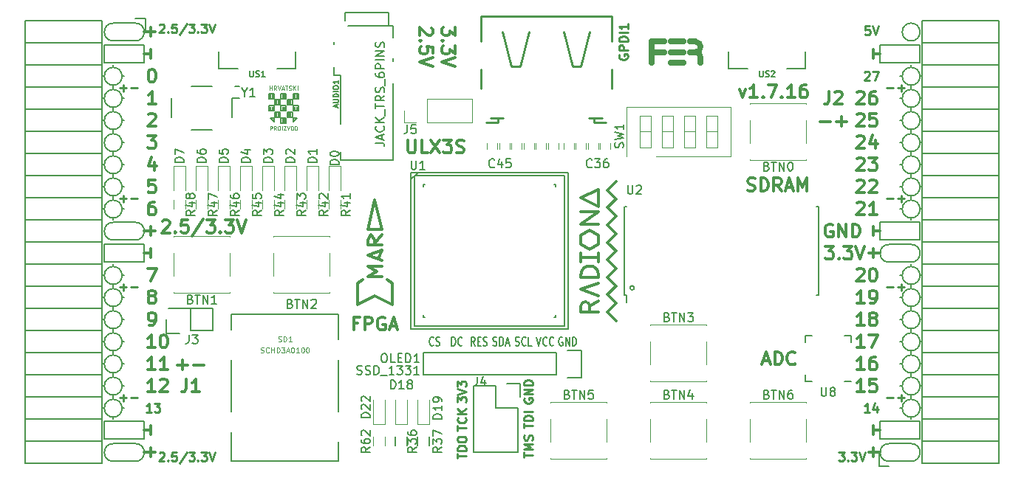
<source format=gto>
G04 #@! TF.FileFunction,Legend,Top*
%FSLAX46Y46*%
G04 Gerber Fmt 4.6, Leading zero omitted, Abs format (unit mm)*
G04 Created by KiCad (PCBNEW 4.0.7+dfsg1-1) date Mon Apr  2 15:36:29 2018*
%MOMM*%
%LPD*%
G01*
G04 APERTURE LIST*
%ADD10C,0.100000*%
%ADD11C,0.300000*%
%ADD12C,0.200000*%
%ADD13C,0.250000*%
%ADD14C,0.120000*%
%ADD15C,0.150000*%
%ADD16C,0.700000*%
%ADD17C,0.254000*%
%ADD18C,0.152400*%
%ADD19C,0.124460*%
%ADD20C,0.075000*%
G04 APERTURE END LIST*
D10*
D11*
X134560429Y-62144715D02*
X134560429Y-63073286D01*
X133989000Y-62573286D01*
X133989000Y-62787572D01*
X133917571Y-62930429D01*
X133846143Y-63001858D01*
X133703286Y-63073286D01*
X133346143Y-63073286D01*
X133203286Y-63001858D01*
X133131857Y-62930429D01*
X133060429Y-62787572D01*
X133060429Y-62359000D01*
X133131857Y-62216143D01*
X133203286Y-62144715D01*
X133203286Y-63716143D02*
X133131857Y-63787571D01*
X133060429Y-63716143D01*
X133131857Y-63644714D01*
X133203286Y-63716143D01*
X133060429Y-63716143D01*
X134560429Y-64287572D02*
X134560429Y-65216143D01*
X133989000Y-64716143D01*
X133989000Y-64930429D01*
X133917571Y-65073286D01*
X133846143Y-65144715D01*
X133703286Y-65216143D01*
X133346143Y-65216143D01*
X133203286Y-65144715D01*
X133131857Y-65073286D01*
X133060429Y-64930429D01*
X133060429Y-64501857D01*
X133131857Y-64359000D01*
X133203286Y-64287572D01*
X134560429Y-65644714D02*
X133060429Y-66144714D01*
X134560429Y-66644714D01*
X131877571Y-62216143D02*
X131949000Y-62287572D01*
X132020429Y-62430429D01*
X132020429Y-62787572D01*
X131949000Y-62930429D01*
X131877571Y-63001858D01*
X131734714Y-63073286D01*
X131591857Y-63073286D01*
X131377571Y-63001858D01*
X130520429Y-62144715D01*
X130520429Y-63073286D01*
X130663286Y-63716143D02*
X130591857Y-63787571D01*
X130520429Y-63716143D01*
X130591857Y-63644714D01*
X130663286Y-63716143D01*
X130520429Y-63716143D01*
X132020429Y-65144715D02*
X132020429Y-64430429D01*
X131306143Y-64359000D01*
X131377571Y-64430429D01*
X131449000Y-64573286D01*
X131449000Y-64930429D01*
X131377571Y-65073286D01*
X131306143Y-65144715D01*
X131163286Y-65216143D01*
X130806143Y-65216143D01*
X130663286Y-65144715D01*
X130591857Y-65073286D01*
X130520429Y-64930429D01*
X130520429Y-64573286D01*
X130591857Y-64430429D01*
X130663286Y-64359000D01*
X132020429Y-65644714D02*
X130520429Y-66144714D01*
X132020429Y-66644714D01*
X102760000Y-100897143D02*
X103902857Y-100897143D01*
X103331428Y-101468571D02*
X103331428Y-100325714D01*
X104617143Y-100897143D02*
X105760000Y-100897143D01*
X167133430Y-69226571D02*
X167490573Y-70226571D01*
X167847715Y-69226571D01*
X169204858Y-70226571D02*
X168347715Y-70226571D01*
X168776287Y-70226571D02*
X168776287Y-68726571D01*
X168633430Y-68940857D01*
X168490572Y-69083714D01*
X168347715Y-69155143D01*
X169847715Y-70083714D02*
X169919143Y-70155143D01*
X169847715Y-70226571D01*
X169776286Y-70155143D01*
X169847715Y-70083714D01*
X169847715Y-70226571D01*
X170419144Y-68726571D02*
X171419144Y-68726571D01*
X170776287Y-70226571D01*
X171990572Y-70083714D02*
X172062000Y-70155143D01*
X171990572Y-70226571D01*
X171919143Y-70155143D01*
X171990572Y-70083714D01*
X171990572Y-70226571D01*
X173490572Y-70226571D02*
X172633429Y-70226571D01*
X173062001Y-70226571D02*
X173062001Y-68726571D01*
X172919144Y-68940857D01*
X172776286Y-69083714D01*
X172633429Y-69155143D01*
X174776286Y-68726571D02*
X174490572Y-68726571D01*
X174347715Y-68798000D01*
X174276286Y-68869429D01*
X174133429Y-69083714D01*
X174062000Y-69369429D01*
X174062000Y-69940857D01*
X174133429Y-70083714D01*
X174204857Y-70155143D01*
X174347715Y-70226571D01*
X174633429Y-70226571D01*
X174776286Y-70155143D01*
X174847715Y-70083714D01*
X174919143Y-69940857D01*
X174919143Y-69583714D01*
X174847715Y-69440857D01*
X174776286Y-69369429D01*
X174633429Y-69298000D01*
X174347715Y-69298000D01*
X174204857Y-69369429D01*
X174133429Y-69440857D01*
X174062000Y-69583714D01*
X182492000Y-87582000D02*
X182492000Y-88598000D01*
X181984000Y-88090000D02*
X183254000Y-88090000D01*
X182492000Y-110442000D02*
X182492000Y-111458000D01*
X183254000Y-110950000D02*
X181984000Y-110950000D01*
X99688000Y-110442000D02*
X99688000Y-111458000D01*
X98926000Y-110950000D02*
X100196000Y-110950000D01*
X99688000Y-62182000D02*
X99688000Y-63198000D01*
X98926000Y-62690000D02*
X100196000Y-62690000D01*
X99688000Y-85042000D02*
X99688000Y-86058000D01*
X98926000Y-85550000D02*
X100196000Y-85550000D01*
D12*
X97910000Y-63706000D02*
G75*
G03X97910000Y-61674000I0J1016000D01*
G01*
X184270000Y-109934000D02*
G75*
G03X184270000Y-111966000I0J-1016000D01*
G01*
X95370000Y-111966000D02*
X97910000Y-111966000D01*
X95370000Y-109934000D02*
X97910000Y-109934000D01*
X97910000Y-111966000D02*
G75*
G03X97910000Y-109934000I0J1016000D01*
G01*
X95370000Y-109934000D02*
G75*
G03X95370000Y-111966000I0J-1016000D01*
G01*
X95370000Y-61674000D02*
X97910000Y-61674000D01*
X95370000Y-63706000D02*
X97910000Y-63706000D01*
X95370000Y-61674000D02*
G75*
G03X95370000Y-63706000I0J-1016000D01*
G01*
X95370000Y-84534000D02*
X97910000Y-84534000D01*
X95370000Y-86566000D02*
X97910000Y-86566000D01*
X95370000Y-84534000D02*
G75*
G03X95370000Y-86566000I0J-1016000D01*
G01*
X97910000Y-86566000D02*
G75*
G03X97910000Y-84534000I0J1016000D01*
G01*
X187826000Y-62690000D02*
G75*
G03X187826000Y-62690000I-1016000J0D01*
G01*
X184270000Y-89106000D02*
X186810000Y-89106000D01*
X184270000Y-87074000D02*
X186810000Y-87074000D01*
X184270000Y-87074000D02*
G75*
G03X184270000Y-89106000I0J-1016000D01*
G01*
X186810000Y-89106000D02*
G75*
G03X186810000Y-87074000I0J1016000D01*
G01*
X186810000Y-111966000D02*
X184270000Y-111966000D01*
X186810000Y-109934000D02*
X184270000Y-109934000D01*
X186810000Y-111966000D02*
G75*
G03X186810000Y-109934000I0J1016000D01*
G01*
X94354000Y-66246000D02*
X94354000Y-64214000D01*
X98926000Y-66246000D02*
X94354000Y-66246000D01*
X98926000Y-64214000D02*
X98926000Y-66246000D01*
X94354000Y-64214000D02*
X98926000Y-64214000D01*
X94354000Y-87074000D02*
X98926000Y-87074000D01*
X94354000Y-89106000D02*
X94354000Y-87074000D01*
X98926000Y-89106000D02*
X94354000Y-89106000D01*
X98926000Y-87074000D02*
X98926000Y-89106000D01*
X94354000Y-109426000D02*
X98926000Y-109426000D01*
X94354000Y-107394000D02*
X94354000Y-109426000D01*
X98926000Y-107394000D02*
X94354000Y-107394000D01*
X98926000Y-109426000D02*
X98926000Y-107394000D01*
X183254000Y-109426000D02*
X187826000Y-109426000D01*
X183254000Y-107394000D02*
X183254000Y-109426000D01*
X187826000Y-107394000D02*
X187826000Y-109426000D01*
X183254000Y-107394000D02*
X187826000Y-107394000D01*
X183254000Y-66246000D02*
X187826000Y-66246000D01*
X183254000Y-64214000D02*
X183254000Y-66246000D01*
X187826000Y-64214000D02*
X183254000Y-64214000D01*
X187826000Y-66246000D02*
X187826000Y-64214000D01*
X183254000Y-84534000D02*
X187826000Y-84534000D01*
X183254000Y-86566000D02*
X183254000Y-84534000D01*
X187826000Y-86566000D02*
X183254000Y-86566000D01*
X187826000Y-84534000D02*
X187826000Y-86566000D01*
D13*
X96148000Y-69111429D02*
X96909905Y-69111429D01*
X96528953Y-69492381D02*
X96528953Y-68730476D01*
X97386095Y-69111429D02*
X98148000Y-69111429D01*
X96148000Y-81811429D02*
X96909905Y-81811429D01*
X96528953Y-82192381D02*
X96528953Y-81430476D01*
X97386095Y-81811429D02*
X98148000Y-81811429D01*
X96148000Y-91971429D02*
X96909905Y-91971429D01*
X96528953Y-92352381D02*
X96528953Y-91590476D01*
X97386095Y-91971429D02*
X98148000Y-91971429D01*
X96148000Y-104671429D02*
X96909905Y-104671429D01*
X96528953Y-105052381D02*
X96528953Y-104290476D01*
X97386095Y-104671429D02*
X98148000Y-104671429D01*
X184032000Y-104671429D02*
X184793905Y-104671429D01*
X185270095Y-104671429D02*
X186032000Y-104671429D01*
X185651048Y-105052381D02*
X185651048Y-104290476D01*
X184032000Y-91971429D02*
X184793905Y-91971429D01*
X185270095Y-91971429D02*
X186032000Y-91971429D01*
X185651048Y-92352381D02*
X185651048Y-91590476D01*
X184032000Y-81811429D02*
X184793905Y-81811429D01*
X185270095Y-81811429D02*
X186032000Y-81811429D01*
X185651048Y-82192381D02*
X185651048Y-81430476D01*
X184032000Y-69111429D02*
X184793905Y-69111429D01*
X185270095Y-69111429D02*
X186032000Y-69111429D01*
X185651048Y-69492381D02*
X185651048Y-68730476D01*
D11*
X176420000Y-72957143D02*
X177562857Y-72957143D01*
X178277143Y-72957143D02*
X179420000Y-72957143D01*
X178848571Y-73528571D02*
X178848571Y-72385714D01*
D12*
X187826000Y-67770000D02*
G75*
G03X187826000Y-67770000I-1016000J0D01*
G01*
X187826000Y-70310000D02*
G75*
G03X187826000Y-70310000I-1016000J0D01*
G01*
X187826000Y-72850000D02*
G75*
G03X187826000Y-72850000I-1016000J0D01*
G01*
X187826000Y-75390000D02*
G75*
G03X187826000Y-75390000I-1016000J0D01*
G01*
X187826000Y-77930000D02*
G75*
G03X187826000Y-77930000I-1016000J0D01*
G01*
X187826000Y-80470000D02*
G75*
G03X187826000Y-80470000I-1016000J0D01*
G01*
X187826000Y-83010000D02*
G75*
G03X187826000Y-83010000I-1016000J0D01*
G01*
X187826000Y-90630000D02*
G75*
G03X187826000Y-90630000I-1016000J0D01*
G01*
X187826000Y-93170000D02*
G75*
G03X187826000Y-93170000I-1016000J0D01*
G01*
X187826000Y-95710000D02*
G75*
G03X187826000Y-95710000I-1016000J0D01*
G01*
X187826000Y-98250000D02*
G75*
G03X187826000Y-98250000I-1016000J0D01*
G01*
X187826000Y-100790000D02*
G75*
G03X187826000Y-100790000I-1016000J0D01*
G01*
X187826000Y-103330000D02*
G75*
G03X187826000Y-103330000I-1016000J0D01*
G01*
X187826000Y-105870000D02*
G75*
G03X187826000Y-105870000I-1016000J0D01*
G01*
X96386000Y-105870000D02*
G75*
G03X96386000Y-105870000I-1016000J0D01*
G01*
X96386000Y-103330000D02*
G75*
G03X96386000Y-103330000I-1016000J0D01*
G01*
X96386000Y-100790000D02*
G75*
G03X96386000Y-100790000I-1016000J0D01*
G01*
X96386000Y-98250000D02*
G75*
G03X96386000Y-98250000I-1016000J0D01*
G01*
X96386000Y-95710000D02*
G75*
G03X96386000Y-95710000I-1016000J0D01*
G01*
X96386000Y-93170000D02*
G75*
G03X96386000Y-93170000I-1016000J0D01*
G01*
X96386000Y-90630000D02*
G75*
G03X96386000Y-90630000I-1016000J0D01*
G01*
X96386000Y-83010000D02*
G75*
G03X96386000Y-83010000I-1016000J0D01*
G01*
X96386000Y-80470000D02*
G75*
G03X96386000Y-80470000I-1016000J0D01*
G01*
X96386000Y-77930000D02*
G75*
G03X96386000Y-77930000I-1016000J0D01*
G01*
X96386000Y-75390000D02*
G75*
G03X96386000Y-75390000I-1016000J0D01*
G01*
X96386000Y-72850000D02*
G75*
G03X96386000Y-72850000I-1016000J0D01*
G01*
X96386000Y-70310000D02*
G75*
G03X96386000Y-70310000I-1016000J0D01*
G01*
X96386000Y-67770000D02*
G75*
G03X96386000Y-67770000I-1016000J0D01*
G01*
D11*
X177793143Y-84800000D02*
X177650286Y-84728571D01*
X177436000Y-84728571D01*
X177221715Y-84800000D01*
X177078857Y-84942857D01*
X177007429Y-85085714D01*
X176936000Y-85371429D01*
X176936000Y-85585714D01*
X177007429Y-85871429D01*
X177078857Y-86014286D01*
X177221715Y-86157143D01*
X177436000Y-86228571D01*
X177578857Y-86228571D01*
X177793143Y-86157143D01*
X177864572Y-86085714D01*
X177864572Y-85585714D01*
X177578857Y-85585714D01*
X178507429Y-86228571D02*
X178507429Y-84728571D01*
X179364572Y-86228571D01*
X179364572Y-84728571D01*
X180078858Y-86228571D02*
X180078858Y-84728571D01*
X180436001Y-84728571D01*
X180650286Y-84800000D01*
X180793144Y-84942857D01*
X180864572Y-85085714D01*
X180936001Y-85371429D01*
X180936001Y-85585714D01*
X180864572Y-85871429D01*
X180793144Y-86014286D01*
X180650286Y-86157143D01*
X180436001Y-86228571D01*
X180078858Y-86228571D01*
X182492000Y-86058000D02*
X182492000Y-85042000D01*
X183254000Y-85550000D02*
X182492000Y-85550000D01*
X182492000Y-107902000D02*
X182492000Y-108918000D01*
X182492000Y-108410000D02*
X183254000Y-108410000D01*
D13*
X182047524Y-106322381D02*
X181476095Y-106322381D01*
X181761809Y-106322381D02*
X181761809Y-105322381D01*
X181666571Y-105465238D01*
X181571333Y-105560476D01*
X181476095Y-105608095D01*
X182904667Y-105655714D02*
X182904667Y-106322381D01*
X182666571Y-105274762D02*
X182428476Y-105989048D01*
X183047524Y-105989048D01*
X181476095Y-67317619D02*
X181523714Y-67270000D01*
X181618952Y-67222381D01*
X181857048Y-67222381D01*
X181952286Y-67270000D01*
X181999905Y-67317619D01*
X182047524Y-67412857D01*
X182047524Y-67508095D01*
X181999905Y-67650952D01*
X181428476Y-68222381D01*
X182047524Y-68222381D01*
X182380857Y-67222381D02*
X183047524Y-67222381D01*
X182618952Y-68222381D01*
D11*
X182492000Y-64722000D02*
X182492000Y-65738000D01*
X182492000Y-65230000D02*
X183254000Y-65230000D01*
X99688000Y-107902000D02*
X99688000Y-108918000D01*
X98926000Y-108410000D02*
X99688000Y-108410000D01*
X99315001Y-74568571D02*
X100243572Y-74568571D01*
X99743572Y-75140000D01*
X99957858Y-75140000D01*
X100100715Y-75211429D01*
X100172144Y-75282857D01*
X100243572Y-75425714D01*
X100243572Y-75782857D01*
X100172144Y-75925714D01*
X100100715Y-75997143D01*
X99957858Y-76068571D01*
X99529286Y-76068571D01*
X99386429Y-75997143D01*
X99315001Y-75925714D01*
X100100715Y-77608571D02*
X100100715Y-78608571D01*
X99743572Y-77037143D02*
X99386429Y-78108571D01*
X100315001Y-78108571D01*
X100172144Y-79648571D02*
X99457858Y-79648571D01*
X99386429Y-80362857D01*
X99457858Y-80291429D01*
X99600715Y-80220000D01*
X99957858Y-80220000D01*
X100100715Y-80291429D01*
X100172144Y-80362857D01*
X100243572Y-80505714D01*
X100243572Y-80862857D01*
X100172144Y-81005714D01*
X100100715Y-81077143D01*
X99957858Y-81148571D01*
X99600715Y-81148571D01*
X99457858Y-81077143D01*
X99386429Y-81005714D01*
D13*
X99751524Y-106322381D02*
X99180095Y-106322381D01*
X99465809Y-106322381D02*
X99465809Y-105322381D01*
X99370571Y-105465238D01*
X99275333Y-105560476D01*
X99180095Y-105608095D01*
X100084857Y-105322381D02*
X100703905Y-105322381D01*
X100370571Y-105703333D01*
X100513429Y-105703333D01*
X100608667Y-105750952D01*
X100656286Y-105798571D01*
X100703905Y-105893810D01*
X100703905Y-106131905D01*
X100656286Y-106227143D01*
X100608667Y-106274762D01*
X100513429Y-106322381D01*
X100227714Y-106322381D01*
X100132476Y-106274762D01*
X100084857Y-106227143D01*
D11*
X99315001Y-89808571D02*
X100315001Y-89808571D01*
X99672144Y-91308571D01*
X99688000Y-87582000D02*
X99688000Y-88598000D01*
X98926000Y-88090000D02*
X99688000Y-88090000D01*
X99688000Y-64722000D02*
X99688000Y-65738000D01*
X98926000Y-65230000D02*
X99688000Y-65230000D01*
D13*
X100655476Y-61874619D02*
X100703095Y-61827000D01*
X100798333Y-61779381D01*
X101036429Y-61779381D01*
X101131667Y-61827000D01*
X101179286Y-61874619D01*
X101226905Y-61969857D01*
X101226905Y-62065095D01*
X101179286Y-62207952D01*
X100607857Y-62779381D01*
X101226905Y-62779381D01*
X101655476Y-62684143D02*
X101703095Y-62731762D01*
X101655476Y-62779381D01*
X101607857Y-62731762D01*
X101655476Y-62684143D01*
X101655476Y-62779381D01*
X102607857Y-61779381D02*
X102131666Y-61779381D01*
X102084047Y-62255571D01*
X102131666Y-62207952D01*
X102226904Y-62160333D01*
X102465000Y-62160333D01*
X102560238Y-62207952D01*
X102607857Y-62255571D01*
X102655476Y-62350810D01*
X102655476Y-62588905D01*
X102607857Y-62684143D01*
X102560238Y-62731762D01*
X102465000Y-62779381D01*
X102226904Y-62779381D01*
X102131666Y-62731762D01*
X102084047Y-62684143D01*
X103798333Y-61731762D02*
X102941190Y-63017476D01*
X104036428Y-61779381D02*
X104655476Y-61779381D01*
X104322142Y-62160333D01*
X104465000Y-62160333D01*
X104560238Y-62207952D01*
X104607857Y-62255571D01*
X104655476Y-62350810D01*
X104655476Y-62588905D01*
X104607857Y-62684143D01*
X104560238Y-62731762D01*
X104465000Y-62779381D01*
X104179285Y-62779381D01*
X104084047Y-62731762D01*
X104036428Y-62684143D01*
X105084047Y-62684143D02*
X105131666Y-62731762D01*
X105084047Y-62779381D01*
X105036428Y-62731762D01*
X105084047Y-62684143D01*
X105084047Y-62779381D01*
X105464999Y-61779381D02*
X106084047Y-61779381D01*
X105750713Y-62160333D01*
X105893571Y-62160333D01*
X105988809Y-62207952D01*
X106036428Y-62255571D01*
X106084047Y-62350810D01*
X106084047Y-62588905D01*
X106036428Y-62684143D01*
X105988809Y-62731762D01*
X105893571Y-62779381D01*
X105607856Y-62779381D01*
X105512618Y-62731762D01*
X105464999Y-62684143D01*
X106369761Y-61779381D02*
X106703094Y-62779381D01*
X107036428Y-61779381D01*
X178522762Y-110910381D02*
X179141810Y-110910381D01*
X178808476Y-111291333D01*
X178951334Y-111291333D01*
X179046572Y-111338952D01*
X179094191Y-111386571D01*
X179141810Y-111481810D01*
X179141810Y-111719905D01*
X179094191Y-111815143D01*
X179046572Y-111862762D01*
X178951334Y-111910381D01*
X178665619Y-111910381D01*
X178570381Y-111862762D01*
X178522762Y-111815143D01*
X179570381Y-111815143D02*
X179618000Y-111862762D01*
X179570381Y-111910381D01*
X179522762Y-111862762D01*
X179570381Y-111815143D01*
X179570381Y-111910381D01*
X179951333Y-110910381D02*
X180570381Y-110910381D01*
X180237047Y-111291333D01*
X180379905Y-111291333D01*
X180475143Y-111338952D01*
X180522762Y-111386571D01*
X180570381Y-111481810D01*
X180570381Y-111719905D01*
X180522762Y-111815143D01*
X180475143Y-111862762D01*
X180379905Y-111910381D01*
X180094190Y-111910381D01*
X179998952Y-111862762D01*
X179951333Y-111815143D01*
X180856095Y-110910381D02*
X181189428Y-111910381D01*
X181522762Y-110910381D01*
D11*
X101004714Y-84381429D02*
X101076143Y-84310000D01*
X101219000Y-84238571D01*
X101576143Y-84238571D01*
X101719000Y-84310000D01*
X101790429Y-84381429D01*
X101861857Y-84524286D01*
X101861857Y-84667143D01*
X101790429Y-84881429D01*
X100933286Y-85738571D01*
X101861857Y-85738571D01*
X102504714Y-85595714D02*
X102576142Y-85667143D01*
X102504714Y-85738571D01*
X102433285Y-85667143D01*
X102504714Y-85595714D01*
X102504714Y-85738571D01*
X103933286Y-84238571D02*
X103219000Y-84238571D01*
X103147571Y-84952857D01*
X103219000Y-84881429D01*
X103361857Y-84810000D01*
X103719000Y-84810000D01*
X103861857Y-84881429D01*
X103933286Y-84952857D01*
X104004714Y-85095714D01*
X104004714Y-85452857D01*
X103933286Y-85595714D01*
X103861857Y-85667143D01*
X103719000Y-85738571D01*
X103361857Y-85738571D01*
X103219000Y-85667143D01*
X103147571Y-85595714D01*
X105718999Y-84167143D02*
X104433285Y-86095714D01*
X106076143Y-84238571D02*
X107004714Y-84238571D01*
X106504714Y-84810000D01*
X106719000Y-84810000D01*
X106861857Y-84881429D01*
X106933286Y-84952857D01*
X107004714Y-85095714D01*
X107004714Y-85452857D01*
X106933286Y-85595714D01*
X106861857Y-85667143D01*
X106719000Y-85738571D01*
X106290428Y-85738571D01*
X106147571Y-85667143D01*
X106076143Y-85595714D01*
X107647571Y-85595714D02*
X107718999Y-85667143D01*
X107647571Y-85738571D01*
X107576142Y-85667143D01*
X107647571Y-85595714D01*
X107647571Y-85738571D01*
X108219000Y-84238571D02*
X109147571Y-84238571D01*
X108647571Y-84810000D01*
X108861857Y-84810000D01*
X109004714Y-84881429D01*
X109076143Y-84952857D01*
X109147571Y-85095714D01*
X109147571Y-85452857D01*
X109076143Y-85595714D01*
X109004714Y-85667143D01*
X108861857Y-85738571D01*
X108433285Y-85738571D01*
X108290428Y-85667143D01*
X108219000Y-85595714D01*
X109576142Y-84238571D02*
X110076142Y-85738571D01*
X110576142Y-84238571D01*
D13*
X100655476Y-111023619D02*
X100703095Y-110976000D01*
X100798333Y-110928381D01*
X101036429Y-110928381D01*
X101131667Y-110976000D01*
X101179286Y-111023619D01*
X101226905Y-111118857D01*
X101226905Y-111214095D01*
X101179286Y-111356952D01*
X100607857Y-111928381D01*
X101226905Y-111928381D01*
X101655476Y-111833143D02*
X101703095Y-111880762D01*
X101655476Y-111928381D01*
X101607857Y-111880762D01*
X101655476Y-111833143D01*
X101655476Y-111928381D01*
X102607857Y-110928381D02*
X102131666Y-110928381D01*
X102084047Y-111404571D01*
X102131666Y-111356952D01*
X102226904Y-111309333D01*
X102465000Y-111309333D01*
X102560238Y-111356952D01*
X102607857Y-111404571D01*
X102655476Y-111499810D01*
X102655476Y-111737905D01*
X102607857Y-111833143D01*
X102560238Y-111880762D01*
X102465000Y-111928381D01*
X102226904Y-111928381D01*
X102131666Y-111880762D01*
X102084047Y-111833143D01*
X103798333Y-110880762D02*
X102941190Y-112166476D01*
X104036428Y-110928381D02*
X104655476Y-110928381D01*
X104322142Y-111309333D01*
X104465000Y-111309333D01*
X104560238Y-111356952D01*
X104607857Y-111404571D01*
X104655476Y-111499810D01*
X104655476Y-111737905D01*
X104607857Y-111833143D01*
X104560238Y-111880762D01*
X104465000Y-111928381D01*
X104179285Y-111928381D01*
X104084047Y-111880762D01*
X104036428Y-111833143D01*
X105084047Y-111833143D02*
X105131666Y-111880762D01*
X105084047Y-111928381D01*
X105036428Y-111880762D01*
X105084047Y-111833143D01*
X105084047Y-111928381D01*
X105464999Y-110928381D02*
X106084047Y-110928381D01*
X105750713Y-111309333D01*
X105893571Y-111309333D01*
X105988809Y-111356952D01*
X106036428Y-111404571D01*
X106084047Y-111499810D01*
X106084047Y-111737905D01*
X106036428Y-111833143D01*
X105988809Y-111880762D01*
X105893571Y-111928381D01*
X105607856Y-111928381D01*
X105512618Y-111880762D01*
X105464999Y-111833143D01*
X106369761Y-110928381D02*
X106703094Y-111928381D01*
X107036428Y-110928381D01*
X182047524Y-62015381D02*
X181571333Y-62015381D01*
X181523714Y-62491571D01*
X181571333Y-62443952D01*
X181666571Y-62396333D01*
X181904667Y-62396333D01*
X181999905Y-62443952D01*
X182047524Y-62491571D01*
X182095143Y-62586810D01*
X182095143Y-62824905D01*
X182047524Y-62920143D01*
X181999905Y-62967762D01*
X181904667Y-63015381D01*
X181666571Y-63015381D01*
X181571333Y-62967762D01*
X181523714Y-62920143D01*
X182380857Y-62015381D02*
X182714190Y-63015381D01*
X183047524Y-62015381D01*
D11*
X180587143Y-69631429D02*
X180658572Y-69560000D01*
X180801429Y-69488571D01*
X181158572Y-69488571D01*
X181301429Y-69560000D01*
X181372858Y-69631429D01*
X181444286Y-69774286D01*
X181444286Y-69917143D01*
X181372858Y-70131429D01*
X180515715Y-70988571D01*
X181444286Y-70988571D01*
X182730000Y-69488571D02*
X182444286Y-69488571D01*
X182301429Y-69560000D01*
X182230000Y-69631429D01*
X182087143Y-69845714D01*
X182015714Y-70131429D01*
X182015714Y-70702857D01*
X182087143Y-70845714D01*
X182158571Y-70917143D01*
X182301429Y-70988571D01*
X182587143Y-70988571D01*
X182730000Y-70917143D01*
X182801429Y-70845714D01*
X182872857Y-70702857D01*
X182872857Y-70345714D01*
X182801429Y-70202857D01*
X182730000Y-70131429D01*
X182587143Y-70060000D01*
X182301429Y-70060000D01*
X182158571Y-70131429D01*
X182087143Y-70202857D01*
X182015714Y-70345714D01*
X180587143Y-72171429D02*
X180658572Y-72100000D01*
X180801429Y-72028571D01*
X181158572Y-72028571D01*
X181301429Y-72100000D01*
X181372858Y-72171429D01*
X181444286Y-72314286D01*
X181444286Y-72457143D01*
X181372858Y-72671429D01*
X180515715Y-73528571D01*
X181444286Y-73528571D01*
X182801429Y-72028571D02*
X182087143Y-72028571D01*
X182015714Y-72742857D01*
X182087143Y-72671429D01*
X182230000Y-72600000D01*
X182587143Y-72600000D01*
X182730000Y-72671429D01*
X182801429Y-72742857D01*
X182872857Y-72885714D01*
X182872857Y-73242857D01*
X182801429Y-73385714D01*
X182730000Y-73457143D01*
X182587143Y-73528571D01*
X182230000Y-73528571D01*
X182087143Y-73457143D01*
X182015714Y-73385714D01*
X180587143Y-74711429D02*
X180658572Y-74640000D01*
X180801429Y-74568571D01*
X181158572Y-74568571D01*
X181301429Y-74640000D01*
X181372858Y-74711429D01*
X181444286Y-74854286D01*
X181444286Y-74997143D01*
X181372858Y-75211429D01*
X180515715Y-76068571D01*
X181444286Y-76068571D01*
X182730000Y-75068571D02*
X182730000Y-76068571D01*
X182372857Y-74497143D02*
X182015714Y-75568571D01*
X182944286Y-75568571D01*
X180587143Y-77251429D02*
X180658572Y-77180000D01*
X180801429Y-77108571D01*
X181158572Y-77108571D01*
X181301429Y-77180000D01*
X181372858Y-77251429D01*
X181444286Y-77394286D01*
X181444286Y-77537143D01*
X181372858Y-77751429D01*
X180515715Y-78608571D01*
X181444286Y-78608571D01*
X181944286Y-77108571D02*
X182872857Y-77108571D01*
X182372857Y-77680000D01*
X182587143Y-77680000D01*
X182730000Y-77751429D01*
X182801429Y-77822857D01*
X182872857Y-77965714D01*
X182872857Y-78322857D01*
X182801429Y-78465714D01*
X182730000Y-78537143D01*
X182587143Y-78608571D01*
X182158571Y-78608571D01*
X182015714Y-78537143D01*
X181944286Y-78465714D01*
X180587143Y-79791429D02*
X180658572Y-79720000D01*
X180801429Y-79648571D01*
X181158572Y-79648571D01*
X181301429Y-79720000D01*
X181372858Y-79791429D01*
X181444286Y-79934286D01*
X181444286Y-80077143D01*
X181372858Y-80291429D01*
X180515715Y-81148571D01*
X181444286Y-81148571D01*
X182015714Y-79791429D02*
X182087143Y-79720000D01*
X182230000Y-79648571D01*
X182587143Y-79648571D01*
X182730000Y-79720000D01*
X182801429Y-79791429D01*
X182872857Y-79934286D01*
X182872857Y-80077143D01*
X182801429Y-80291429D01*
X181944286Y-81148571D01*
X182872857Y-81148571D01*
X180587143Y-82331429D02*
X180658572Y-82260000D01*
X180801429Y-82188571D01*
X181158572Y-82188571D01*
X181301429Y-82260000D01*
X181372858Y-82331429D01*
X181444286Y-82474286D01*
X181444286Y-82617143D01*
X181372858Y-82831429D01*
X180515715Y-83688571D01*
X181444286Y-83688571D01*
X182872857Y-83688571D02*
X182015714Y-83688571D01*
X182444286Y-83688571D02*
X182444286Y-82188571D01*
X182301429Y-82402857D01*
X182158571Y-82545714D01*
X182015714Y-82617143D01*
X176975715Y-87268571D02*
X177904286Y-87268571D01*
X177404286Y-87840000D01*
X177618572Y-87840000D01*
X177761429Y-87911429D01*
X177832858Y-87982857D01*
X177904286Y-88125714D01*
X177904286Y-88482857D01*
X177832858Y-88625714D01*
X177761429Y-88697143D01*
X177618572Y-88768571D01*
X177190000Y-88768571D01*
X177047143Y-88697143D01*
X176975715Y-88625714D01*
X178547143Y-88625714D02*
X178618571Y-88697143D01*
X178547143Y-88768571D01*
X178475714Y-88697143D01*
X178547143Y-88625714D01*
X178547143Y-88768571D01*
X179118572Y-87268571D02*
X180047143Y-87268571D01*
X179547143Y-87840000D01*
X179761429Y-87840000D01*
X179904286Y-87911429D01*
X179975715Y-87982857D01*
X180047143Y-88125714D01*
X180047143Y-88482857D01*
X179975715Y-88625714D01*
X179904286Y-88697143D01*
X179761429Y-88768571D01*
X179332857Y-88768571D01*
X179190000Y-88697143D01*
X179118572Y-88625714D01*
X180475714Y-87268571D02*
X180975714Y-88768571D01*
X181475714Y-87268571D01*
X180587143Y-89951429D02*
X180658572Y-89880000D01*
X180801429Y-89808571D01*
X181158572Y-89808571D01*
X181301429Y-89880000D01*
X181372858Y-89951429D01*
X181444286Y-90094286D01*
X181444286Y-90237143D01*
X181372858Y-90451429D01*
X180515715Y-91308571D01*
X181444286Y-91308571D01*
X182372857Y-89808571D02*
X182515714Y-89808571D01*
X182658571Y-89880000D01*
X182730000Y-89951429D01*
X182801429Y-90094286D01*
X182872857Y-90380000D01*
X182872857Y-90737143D01*
X182801429Y-91022857D01*
X182730000Y-91165714D01*
X182658571Y-91237143D01*
X182515714Y-91308571D01*
X182372857Y-91308571D01*
X182230000Y-91237143D01*
X182158571Y-91165714D01*
X182087143Y-91022857D01*
X182015714Y-90737143D01*
X182015714Y-90380000D01*
X182087143Y-90094286D01*
X182158571Y-89951429D01*
X182230000Y-89880000D01*
X182372857Y-89808571D01*
X181444286Y-93848571D02*
X180587143Y-93848571D01*
X181015715Y-93848571D02*
X181015715Y-92348571D01*
X180872858Y-92562857D01*
X180730000Y-92705714D01*
X180587143Y-92777143D01*
X182158571Y-93848571D02*
X182444286Y-93848571D01*
X182587143Y-93777143D01*
X182658571Y-93705714D01*
X182801429Y-93491429D01*
X182872857Y-93205714D01*
X182872857Y-92634286D01*
X182801429Y-92491429D01*
X182730000Y-92420000D01*
X182587143Y-92348571D01*
X182301429Y-92348571D01*
X182158571Y-92420000D01*
X182087143Y-92491429D01*
X182015714Y-92634286D01*
X182015714Y-92991429D01*
X182087143Y-93134286D01*
X182158571Y-93205714D01*
X182301429Y-93277143D01*
X182587143Y-93277143D01*
X182730000Y-93205714D01*
X182801429Y-93134286D01*
X182872857Y-92991429D01*
X181444286Y-96388571D02*
X180587143Y-96388571D01*
X181015715Y-96388571D02*
X181015715Y-94888571D01*
X180872858Y-95102857D01*
X180730000Y-95245714D01*
X180587143Y-95317143D01*
X182301429Y-95531429D02*
X182158571Y-95460000D01*
X182087143Y-95388571D01*
X182015714Y-95245714D01*
X182015714Y-95174286D01*
X182087143Y-95031429D01*
X182158571Y-94960000D01*
X182301429Y-94888571D01*
X182587143Y-94888571D01*
X182730000Y-94960000D01*
X182801429Y-95031429D01*
X182872857Y-95174286D01*
X182872857Y-95245714D01*
X182801429Y-95388571D01*
X182730000Y-95460000D01*
X182587143Y-95531429D01*
X182301429Y-95531429D01*
X182158571Y-95602857D01*
X182087143Y-95674286D01*
X182015714Y-95817143D01*
X182015714Y-96102857D01*
X182087143Y-96245714D01*
X182158571Y-96317143D01*
X182301429Y-96388571D01*
X182587143Y-96388571D01*
X182730000Y-96317143D01*
X182801429Y-96245714D01*
X182872857Y-96102857D01*
X182872857Y-95817143D01*
X182801429Y-95674286D01*
X182730000Y-95602857D01*
X182587143Y-95531429D01*
X181444286Y-98928571D02*
X180587143Y-98928571D01*
X181015715Y-98928571D02*
X181015715Y-97428571D01*
X180872858Y-97642857D01*
X180730000Y-97785714D01*
X180587143Y-97857143D01*
X181944286Y-97428571D02*
X182944286Y-97428571D01*
X182301429Y-98928571D01*
X181444286Y-101468571D02*
X180587143Y-101468571D01*
X181015715Y-101468571D02*
X181015715Y-99968571D01*
X180872858Y-100182857D01*
X180730000Y-100325714D01*
X180587143Y-100397143D01*
X182730000Y-99968571D02*
X182444286Y-99968571D01*
X182301429Y-100040000D01*
X182230000Y-100111429D01*
X182087143Y-100325714D01*
X182015714Y-100611429D01*
X182015714Y-101182857D01*
X182087143Y-101325714D01*
X182158571Y-101397143D01*
X182301429Y-101468571D01*
X182587143Y-101468571D01*
X182730000Y-101397143D01*
X182801429Y-101325714D01*
X182872857Y-101182857D01*
X182872857Y-100825714D01*
X182801429Y-100682857D01*
X182730000Y-100611429D01*
X182587143Y-100540000D01*
X182301429Y-100540000D01*
X182158571Y-100611429D01*
X182087143Y-100682857D01*
X182015714Y-100825714D01*
X181444286Y-104008571D02*
X180587143Y-104008571D01*
X181015715Y-104008571D02*
X181015715Y-102508571D01*
X180872858Y-102722857D01*
X180730000Y-102865714D01*
X180587143Y-102937143D01*
X182801429Y-102508571D02*
X182087143Y-102508571D01*
X182015714Y-103222857D01*
X182087143Y-103151429D01*
X182230000Y-103080000D01*
X182587143Y-103080000D01*
X182730000Y-103151429D01*
X182801429Y-103222857D01*
X182872857Y-103365714D01*
X182872857Y-103722857D01*
X182801429Y-103865714D01*
X182730000Y-103937143D01*
X182587143Y-104008571D01*
X182230000Y-104008571D01*
X182087143Y-103937143D01*
X182015714Y-103865714D01*
D12*
X186810000Y-66500000D02*
X186810000Y-66754000D01*
X187826000Y-67770000D02*
X188080000Y-67770000D01*
X185540000Y-67770000D02*
X185794000Y-67770000D01*
X186810000Y-69294000D02*
X186810000Y-68786000D01*
X187826000Y-70310000D02*
X188080000Y-70310000D01*
X185540000Y-70310000D02*
X185794000Y-70310000D01*
X186810000Y-71326000D02*
X186810000Y-71834000D01*
X187826000Y-72850000D02*
X188080000Y-72850000D01*
X185540000Y-72850000D02*
X185794000Y-72850000D01*
X186810000Y-73866000D02*
X186810000Y-74374000D01*
X187826000Y-75390000D02*
X188080000Y-75390000D01*
X185540000Y-75390000D02*
X185794000Y-75390000D01*
X186810000Y-76406000D02*
X186810000Y-76914000D01*
X187826000Y-77930000D02*
X188080000Y-77930000D01*
X185540000Y-77930000D02*
X185794000Y-77930000D01*
X186810000Y-79454000D02*
X186810000Y-78946000D01*
X187826000Y-80470000D02*
X188080000Y-80470000D01*
X185540000Y-80470000D02*
X185794000Y-80470000D01*
X186810000Y-81994000D02*
X186810000Y-81486000D01*
X187826000Y-83010000D02*
X188080000Y-83010000D01*
X185540000Y-83010000D02*
X185794000Y-83010000D01*
X186810000Y-84026000D02*
X186810000Y-84280000D01*
X186810000Y-89360000D02*
X186810000Y-89614000D01*
X187826000Y-90630000D02*
X188080000Y-90630000D01*
X185540000Y-90630000D02*
X185794000Y-90630000D01*
X186810000Y-91646000D02*
X186810000Y-92154000D01*
X187826000Y-93170000D02*
X188080000Y-93170000D01*
X185540000Y-93170000D02*
X185794000Y-93170000D01*
X186810000Y-94186000D02*
X186810000Y-94694000D01*
X187826000Y-95710000D02*
X188080000Y-95710000D01*
X185540000Y-95710000D02*
X185794000Y-95710000D01*
X186810000Y-97234000D02*
X186810000Y-96726000D01*
X187826000Y-98250000D02*
X188080000Y-98250000D01*
X185540000Y-98250000D02*
X185794000Y-98250000D01*
X187826000Y-100790000D02*
X188080000Y-100790000D01*
X185540000Y-100790000D02*
X185794000Y-100790000D01*
X186810000Y-99266000D02*
X186810000Y-99774000D01*
X186810000Y-102314000D02*
X186810000Y-101806000D01*
X187826000Y-103330000D02*
X188080000Y-103330000D01*
X185540000Y-103330000D02*
X185794000Y-103330000D01*
X186810000Y-104346000D02*
X186810000Y-104854000D01*
X185540000Y-105870000D02*
X185794000Y-105870000D01*
X187826000Y-105870000D02*
X188080000Y-105870000D01*
X186810000Y-106886000D02*
X186810000Y-107140000D01*
X95370000Y-66754000D02*
X95370000Y-66500000D01*
X96386000Y-67770000D02*
X96640000Y-67770000D01*
X94100000Y-67770000D02*
X94354000Y-67770000D01*
X95370000Y-68786000D02*
X95370000Y-69294000D01*
X96386000Y-70310000D02*
X96640000Y-70310000D01*
X94100000Y-70310000D02*
X94354000Y-70310000D01*
X95370000Y-71326000D02*
X95370000Y-71834000D01*
X96386000Y-72850000D02*
X96640000Y-72850000D01*
X94100000Y-72850000D02*
X94354000Y-72850000D01*
X95370000Y-73866000D02*
X95370000Y-74374000D01*
X96386000Y-75390000D02*
X96640000Y-75390000D01*
X95370000Y-76406000D02*
X95370000Y-76914000D01*
X96386000Y-77930000D02*
X96640000Y-77930000D01*
X94100000Y-77930000D02*
X94354000Y-77930000D01*
X95370000Y-79454000D02*
X95370000Y-78946000D01*
X96386000Y-80470000D02*
X96640000Y-80470000D01*
X94100000Y-80470000D02*
X94354000Y-80470000D01*
X95370000Y-81486000D02*
X95370000Y-81994000D01*
X96386000Y-83010000D02*
X96640000Y-83010000D01*
X95370000Y-84026000D02*
X95370000Y-84280000D01*
X94100000Y-83010000D02*
X94354000Y-83010000D01*
X95370000Y-106886000D02*
X95370000Y-107140000D01*
X95370000Y-89360000D02*
X95370000Y-89614000D01*
X96386000Y-93170000D02*
X96640000Y-93170000D01*
X94100000Y-93170000D02*
X94354000Y-93170000D01*
X95370000Y-94186000D02*
X95370000Y-94694000D01*
X94100000Y-90630000D02*
X94354000Y-90630000D01*
X96386000Y-90630000D02*
X96640000Y-90630000D01*
X95370000Y-92154000D02*
X95370000Y-91646000D01*
X96386000Y-95710000D02*
X96640000Y-95710000D01*
X94100000Y-95710000D02*
X94354000Y-95710000D01*
X96386000Y-98250000D02*
X96640000Y-98250000D01*
X94354000Y-98250000D02*
X94100000Y-98250000D01*
X95370000Y-96726000D02*
X95370000Y-97234000D01*
X95370000Y-99266000D02*
X95370000Y-99774000D01*
X94100000Y-100790000D02*
X94354000Y-100790000D01*
X96386000Y-100790000D02*
X96640000Y-100790000D01*
X94100000Y-103330000D02*
X94354000Y-103330000D01*
X96386000Y-103330000D02*
X96640000Y-103330000D01*
X95370000Y-101806000D02*
X95370000Y-102314000D01*
X95370000Y-104346000D02*
X95370000Y-104854000D01*
X96386000Y-105870000D02*
X96640000Y-105870000D01*
X94100000Y-105870000D02*
X94354000Y-105870000D01*
D11*
X100164286Y-104008571D02*
X99307143Y-104008571D01*
X99735715Y-104008571D02*
X99735715Y-102508571D01*
X99592858Y-102722857D01*
X99450000Y-102865714D01*
X99307143Y-102937143D01*
X100735714Y-102651429D02*
X100807143Y-102580000D01*
X100950000Y-102508571D01*
X101307143Y-102508571D01*
X101450000Y-102580000D01*
X101521429Y-102651429D01*
X101592857Y-102794286D01*
X101592857Y-102937143D01*
X101521429Y-103151429D01*
X100664286Y-104008571D01*
X101592857Y-104008571D01*
X100164286Y-101468571D02*
X99307143Y-101468571D01*
X99735715Y-101468571D02*
X99735715Y-99968571D01*
X99592858Y-100182857D01*
X99450000Y-100325714D01*
X99307143Y-100397143D01*
X101592857Y-101468571D02*
X100735714Y-101468571D01*
X101164286Y-101468571D02*
X101164286Y-99968571D01*
X101021429Y-100182857D01*
X100878571Y-100325714D01*
X100735714Y-100397143D01*
X100164286Y-98928571D02*
X99307143Y-98928571D01*
X99735715Y-98928571D02*
X99735715Y-97428571D01*
X99592858Y-97642857D01*
X99450000Y-97785714D01*
X99307143Y-97857143D01*
X101092857Y-97428571D02*
X101235714Y-97428571D01*
X101378571Y-97500000D01*
X101450000Y-97571429D01*
X101521429Y-97714286D01*
X101592857Y-98000000D01*
X101592857Y-98357143D01*
X101521429Y-98642857D01*
X101450000Y-98785714D01*
X101378571Y-98857143D01*
X101235714Y-98928571D01*
X101092857Y-98928571D01*
X100950000Y-98857143D01*
X100878571Y-98785714D01*
X100807143Y-98642857D01*
X100735714Y-98357143D01*
X100735714Y-98000000D01*
X100807143Y-97714286D01*
X100878571Y-97571429D01*
X100950000Y-97500000D01*
X101092857Y-97428571D01*
X99529286Y-96388571D02*
X99815001Y-96388571D01*
X99957858Y-96317143D01*
X100029286Y-96245714D01*
X100172144Y-96031429D01*
X100243572Y-95745714D01*
X100243572Y-95174286D01*
X100172144Y-95031429D01*
X100100715Y-94960000D01*
X99957858Y-94888571D01*
X99672144Y-94888571D01*
X99529286Y-94960000D01*
X99457858Y-95031429D01*
X99386429Y-95174286D01*
X99386429Y-95531429D01*
X99457858Y-95674286D01*
X99529286Y-95745714D01*
X99672144Y-95817143D01*
X99957858Y-95817143D01*
X100100715Y-95745714D01*
X100172144Y-95674286D01*
X100243572Y-95531429D01*
X99672144Y-92991429D02*
X99529286Y-92920000D01*
X99457858Y-92848571D01*
X99386429Y-92705714D01*
X99386429Y-92634286D01*
X99457858Y-92491429D01*
X99529286Y-92420000D01*
X99672144Y-92348571D01*
X99957858Y-92348571D01*
X100100715Y-92420000D01*
X100172144Y-92491429D01*
X100243572Y-92634286D01*
X100243572Y-92705714D01*
X100172144Y-92848571D01*
X100100715Y-92920000D01*
X99957858Y-92991429D01*
X99672144Y-92991429D01*
X99529286Y-93062857D01*
X99457858Y-93134286D01*
X99386429Y-93277143D01*
X99386429Y-93562857D01*
X99457858Y-93705714D01*
X99529286Y-93777143D01*
X99672144Y-93848571D01*
X99957858Y-93848571D01*
X100100715Y-93777143D01*
X100172144Y-93705714D01*
X100243572Y-93562857D01*
X100243572Y-93277143D01*
X100172144Y-93134286D01*
X100100715Y-93062857D01*
X99957858Y-92991429D01*
X100100715Y-82188571D02*
X99815001Y-82188571D01*
X99672144Y-82260000D01*
X99600715Y-82331429D01*
X99457858Y-82545714D01*
X99386429Y-82831429D01*
X99386429Y-83402857D01*
X99457858Y-83545714D01*
X99529286Y-83617143D01*
X99672144Y-83688571D01*
X99957858Y-83688571D01*
X100100715Y-83617143D01*
X100172144Y-83545714D01*
X100243572Y-83402857D01*
X100243572Y-83045714D01*
X100172144Y-82902857D01*
X100100715Y-82831429D01*
X99957858Y-82760000D01*
X99672144Y-82760000D01*
X99529286Y-82831429D01*
X99457858Y-82902857D01*
X99386429Y-83045714D01*
X99386429Y-72171429D02*
X99457858Y-72100000D01*
X99600715Y-72028571D01*
X99957858Y-72028571D01*
X100100715Y-72100000D01*
X100172144Y-72171429D01*
X100243572Y-72314286D01*
X100243572Y-72457143D01*
X100172144Y-72671429D01*
X99315001Y-73528571D01*
X100243572Y-73528571D01*
X100243572Y-70988571D02*
X99386429Y-70988571D01*
X99815001Y-70988571D02*
X99815001Y-69488571D01*
X99672144Y-69702857D01*
X99529286Y-69845714D01*
X99386429Y-69917143D01*
X99743572Y-66948571D02*
X99886429Y-66948571D01*
X100029286Y-67020000D01*
X100100715Y-67091429D01*
X100172144Y-67234286D01*
X100243572Y-67520000D01*
X100243572Y-67877143D01*
X100172144Y-68162857D01*
X100100715Y-68305714D01*
X100029286Y-68377143D01*
X99886429Y-68448571D01*
X99743572Y-68448571D01*
X99600715Y-68377143D01*
X99529286Y-68305714D01*
X99457858Y-68162857D01*
X99386429Y-67877143D01*
X99386429Y-67520000D01*
X99457858Y-67234286D01*
X99529286Y-67091429D01*
X99600715Y-67020000D01*
X99743572Y-66948571D01*
X129148429Y-75076571D02*
X129148429Y-76290857D01*
X129219857Y-76433714D01*
X129291286Y-76505143D01*
X129434143Y-76576571D01*
X129719857Y-76576571D01*
X129862715Y-76505143D01*
X129934143Y-76433714D01*
X130005572Y-76290857D01*
X130005572Y-75076571D01*
X131434144Y-76576571D02*
X130719858Y-76576571D01*
X130719858Y-75076571D01*
X131791287Y-75076571D02*
X132791287Y-76576571D01*
X132791287Y-75076571D02*
X131791287Y-76576571D01*
X133219858Y-75076571D02*
X134148429Y-75076571D01*
X133648429Y-75648000D01*
X133862715Y-75648000D01*
X134005572Y-75719429D01*
X134077001Y-75790857D01*
X134148429Y-75933714D01*
X134148429Y-76290857D01*
X134077001Y-76433714D01*
X134005572Y-76505143D01*
X133862715Y-76576571D01*
X133434143Y-76576571D01*
X133291286Y-76505143D01*
X133219858Y-76433714D01*
X134719857Y-76505143D02*
X134934143Y-76576571D01*
X135291286Y-76576571D01*
X135434143Y-76505143D01*
X135505572Y-76433714D01*
X135577000Y-76290857D01*
X135577000Y-76148000D01*
X135505572Y-76005143D01*
X135434143Y-75933714D01*
X135291286Y-75862286D01*
X135005572Y-75790857D01*
X134862714Y-75719429D01*
X134791286Y-75648000D01*
X134719857Y-75505143D01*
X134719857Y-75362286D01*
X134791286Y-75219429D01*
X134862714Y-75148000D01*
X135005572Y-75076571D01*
X135362714Y-75076571D01*
X135577000Y-75148000D01*
X123413429Y-96110857D02*
X122913429Y-96110857D01*
X122913429Y-96896571D02*
X122913429Y-95396571D01*
X123627715Y-95396571D01*
X124199143Y-96896571D02*
X124199143Y-95396571D01*
X124770571Y-95396571D01*
X124913429Y-95468000D01*
X124984857Y-95539429D01*
X125056286Y-95682286D01*
X125056286Y-95896571D01*
X124984857Y-96039429D01*
X124913429Y-96110857D01*
X124770571Y-96182286D01*
X124199143Y-96182286D01*
X126484857Y-95468000D02*
X126342000Y-95396571D01*
X126127714Y-95396571D01*
X125913429Y-95468000D01*
X125770571Y-95610857D01*
X125699143Y-95753714D01*
X125627714Y-96039429D01*
X125627714Y-96253714D01*
X125699143Y-96539429D01*
X125770571Y-96682286D01*
X125913429Y-96825143D01*
X126127714Y-96896571D01*
X126270571Y-96896571D01*
X126484857Y-96825143D01*
X126556286Y-96753714D01*
X126556286Y-96253714D01*
X126270571Y-96253714D01*
X127127714Y-96468000D02*
X127842000Y-96468000D01*
X126984857Y-96896571D02*
X127484857Y-95396571D01*
X127984857Y-96896571D01*
X168077929Y-80886643D02*
X168292215Y-80958071D01*
X168649358Y-80958071D01*
X168792215Y-80886643D01*
X168863644Y-80815214D01*
X168935072Y-80672357D01*
X168935072Y-80529500D01*
X168863644Y-80386643D01*
X168792215Y-80315214D01*
X168649358Y-80243786D01*
X168363644Y-80172357D01*
X168220786Y-80100929D01*
X168149358Y-80029500D01*
X168077929Y-79886643D01*
X168077929Y-79743786D01*
X168149358Y-79600929D01*
X168220786Y-79529500D01*
X168363644Y-79458071D01*
X168720786Y-79458071D01*
X168935072Y-79529500D01*
X169577929Y-80958071D02*
X169577929Y-79458071D01*
X169935072Y-79458071D01*
X170149357Y-79529500D01*
X170292215Y-79672357D01*
X170363643Y-79815214D01*
X170435072Y-80100929D01*
X170435072Y-80315214D01*
X170363643Y-80600929D01*
X170292215Y-80743786D01*
X170149357Y-80886643D01*
X169935072Y-80958071D01*
X169577929Y-80958071D01*
X171935072Y-80958071D02*
X171435072Y-80243786D01*
X171077929Y-80958071D02*
X171077929Y-79458071D01*
X171649357Y-79458071D01*
X171792215Y-79529500D01*
X171863643Y-79600929D01*
X171935072Y-79743786D01*
X171935072Y-79958071D01*
X171863643Y-80100929D01*
X171792215Y-80172357D01*
X171649357Y-80243786D01*
X171077929Y-80243786D01*
X172506500Y-80529500D02*
X173220786Y-80529500D01*
X172363643Y-80958071D02*
X172863643Y-79458071D01*
X173363643Y-80958071D01*
X173863643Y-80958071D02*
X173863643Y-79458071D01*
X174363643Y-80529500D01*
X174863643Y-79458071D01*
X174863643Y-80958071D01*
X169822857Y-100450000D02*
X170537143Y-100450000D01*
X169680000Y-100878571D02*
X170180000Y-99378571D01*
X170680000Y-100878571D01*
X171180000Y-100878571D02*
X171180000Y-99378571D01*
X171537143Y-99378571D01*
X171751428Y-99450000D01*
X171894286Y-99592857D01*
X171965714Y-99735714D01*
X172037143Y-100021429D01*
X172037143Y-100235714D01*
X171965714Y-100521429D01*
X171894286Y-100664286D01*
X171751428Y-100807143D01*
X171537143Y-100878571D01*
X171180000Y-100878571D01*
X173537143Y-100735714D02*
X173465714Y-100807143D01*
X173251428Y-100878571D01*
X173108571Y-100878571D01*
X172894286Y-100807143D01*
X172751428Y-100664286D01*
X172680000Y-100521429D01*
X172608571Y-100235714D01*
X172608571Y-100021429D01*
X172680000Y-99735714D01*
X172751428Y-99592857D01*
X172894286Y-99450000D01*
X173108571Y-99378571D01*
X173251428Y-99378571D01*
X173465714Y-99450000D01*
X173537143Y-99521429D01*
D13*
X142447381Y-111521333D02*
X142447381Y-110949904D01*
X143447381Y-111235619D02*
X142447381Y-111235619D01*
X143447381Y-110616571D02*
X142447381Y-110616571D01*
X143161667Y-110283237D01*
X142447381Y-109949904D01*
X143447381Y-109949904D01*
X143399762Y-109521333D02*
X143447381Y-109378476D01*
X143447381Y-109140380D01*
X143399762Y-109045142D01*
X143352143Y-108997523D01*
X143256905Y-108949904D01*
X143161667Y-108949904D01*
X143066429Y-108997523D01*
X143018810Y-109045142D01*
X142971190Y-109140380D01*
X142923571Y-109330857D01*
X142875952Y-109426095D01*
X142828333Y-109473714D01*
X142733095Y-109521333D01*
X142637857Y-109521333D01*
X142542619Y-109473714D01*
X142495000Y-109426095D01*
X142447381Y-109330857D01*
X142447381Y-109092761D01*
X142495000Y-108949904D01*
X142447381Y-108163809D02*
X142447381Y-107592380D01*
X143447381Y-107878095D02*
X142447381Y-107878095D01*
X143447381Y-107259047D02*
X142447381Y-107259047D01*
X142447381Y-107020952D01*
X142495000Y-106878094D01*
X142590238Y-106782856D01*
X142685476Y-106735237D01*
X142875952Y-106687618D01*
X143018810Y-106687618D01*
X143209286Y-106735237D01*
X143304524Y-106782856D01*
X143399762Y-106878094D01*
X143447381Y-107020952D01*
X143447381Y-107259047D01*
X143447381Y-106259047D02*
X142447381Y-106259047D01*
X142495000Y-104726904D02*
X142447381Y-104822142D01*
X142447381Y-104964999D01*
X142495000Y-105107857D01*
X142590238Y-105203095D01*
X142685476Y-105250714D01*
X142875952Y-105298333D01*
X143018810Y-105298333D01*
X143209286Y-105250714D01*
X143304524Y-105203095D01*
X143399762Y-105107857D01*
X143447381Y-104964999D01*
X143447381Y-104869761D01*
X143399762Y-104726904D01*
X143352143Y-104679285D01*
X143018810Y-104679285D01*
X143018810Y-104869761D01*
X143447381Y-104250714D02*
X142447381Y-104250714D01*
X143447381Y-103679285D01*
X142447381Y-103679285D01*
X143447381Y-103203095D02*
X142447381Y-103203095D01*
X142447381Y-102965000D01*
X142495000Y-102822142D01*
X142590238Y-102726904D01*
X142685476Y-102679285D01*
X142875952Y-102631666D01*
X143018810Y-102631666D01*
X143209286Y-102679285D01*
X143304524Y-102726904D01*
X143399762Y-102822142D01*
X143447381Y-102965000D01*
X143447381Y-103203095D01*
X134827381Y-111624524D02*
X134827381Y-111053095D01*
X135827381Y-111338810D02*
X134827381Y-111338810D01*
X135827381Y-110719762D02*
X134827381Y-110719762D01*
X134827381Y-110481667D01*
X134875000Y-110338809D01*
X134970238Y-110243571D01*
X135065476Y-110195952D01*
X135255952Y-110148333D01*
X135398810Y-110148333D01*
X135589286Y-110195952D01*
X135684524Y-110243571D01*
X135779762Y-110338809D01*
X135827381Y-110481667D01*
X135827381Y-110719762D01*
X134827381Y-109529286D02*
X134827381Y-109338809D01*
X134875000Y-109243571D01*
X134970238Y-109148333D01*
X135160714Y-109100714D01*
X135494048Y-109100714D01*
X135684524Y-109148333D01*
X135779762Y-109243571D01*
X135827381Y-109338809D01*
X135827381Y-109529286D01*
X135779762Y-109624524D01*
X135684524Y-109719762D01*
X135494048Y-109767381D01*
X135160714Y-109767381D01*
X134970238Y-109719762D01*
X134875000Y-109624524D01*
X134827381Y-109529286D01*
X134827381Y-108425714D02*
X134827381Y-107854285D01*
X135827381Y-108140000D02*
X134827381Y-108140000D01*
X135732143Y-106949523D02*
X135779762Y-106997142D01*
X135827381Y-107139999D01*
X135827381Y-107235237D01*
X135779762Y-107378095D01*
X135684524Y-107473333D01*
X135589286Y-107520952D01*
X135398810Y-107568571D01*
X135255952Y-107568571D01*
X135065476Y-107520952D01*
X134970238Y-107473333D01*
X134875000Y-107378095D01*
X134827381Y-107235237D01*
X134827381Y-107139999D01*
X134875000Y-106997142D01*
X134922619Y-106949523D01*
X135827381Y-106520952D02*
X134827381Y-106520952D01*
X135827381Y-105949523D02*
X135255952Y-106378095D01*
X134827381Y-105949523D02*
X135398810Y-106520952D01*
X134827381Y-105203095D02*
X134827381Y-104584047D01*
X135208333Y-104917381D01*
X135208333Y-104774523D01*
X135255952Y-104679285D01*
X135303571Y-104631666D01*
X135398810Y-104584047D01*
X135636905Y-104584047D01*
X135732143Y-104631666D01*
X135779762Y-104679285D01*
X135827381Y-104774523D01*
X135827381Y-105060238D01*
X135779762Y-105155476D01*
X135732143Y-105203095D01*
X134827381Y-104298333D02*
X135827381Y-103965000D01*
X134827381Y-103631666D01*
X134827381Y-103393571D02*
X134827381Y-102774523D01*
X135208333Y-103107857D01*
X135208333Y-102964999D01*
X135255952Y-102869761D01*
X135303571Y-102822142D01*
X135398810Y-102774523D01*
X135636905Y-102774523D01*
X135732143Y-102822142D01*
X135779762Y-102869761D01*
X135827381Y-102964999D01*
X135827381Y-103250714D01*
X135779762Y-103345952D01*
X135732143Y-103393571D01*
D14*
X136466000Y-73055000D02*
X136466000Y-70395000D01*
X131326000Y-73055000D02*
X136466000Y-73055000D01*
X131326000Y-70395000D02*
X136466000Y-70395000D01*
X131326000Y-73055000D02*
X131326000Y-70395000D01*
X130056000Y-73055000D02*
X128726000Y-73055000D01*
X128726000Y-73055000D02*
X128726000Y-71725000D01*
D15*
X85270000Y-112220000D02*
X94100000Y-112220000D01*
X85270000Y-109680000D02*
X85270000Y-112220000D01*
X94100000Y-109680000D02*
X94100000Y-112220000D01*
X94100000Y-112220000D02*
X85270000Y-112220000D01*
X94100000Y-109680000D02*
X85270000Y-109680000D01*
X94100000Y-107140000D02*
X94100000Y-109680000D01*
X85270000Y-107140000D02*
X85270000Y-109680000D01*
X85270000Y-109680000D02*
X94100000Y-109680000D01*
X85270000Y-91900000D02*
X94100000Y-91900000D01*
X85270000Y-89360000D02*
X85270000Y-91900000D01*
X94100000Y-89360000D02*
X94100000Y-91900000D01*
X94100000Y-91900000D02*
X85270000Y-91900000D01*
X94100000Y-94440000D02*
X85270000Y-94440000D01*
X94100000Y-91900000D02*
X94100000Y-94440000D01*
X85270000Y-91900000D02*
X85270000Y-94440000D01*
X85270000Y-94440000D02*
X94100000Y-94440000D01*
X85270000Y-107140000D02*
X94100000Y-107140000D01*
X85270000Y-104600000D02*
X85270000Y-107140000D01*
X94100000Y-104600000D02*
X94100000Y-107140000D01*
X94100000Y-107140000D02*
X85270000Y-107140000D01*
X94100000Y-104600000D02*
X85270000Y-104600000D01*
X94100000Y-102060000D02*
X94100000Y-104600000D01*
X85270000Y-102060000D02*
X85270000Y-104600000D01*
X85270000Y-104600000D02*
X94100000Y-104600000D01*
X85270000Y-102060000D02*
X94100000Y-102060000D01*
X85270000Y-99520000D02*
X85270000Y-102060000D01*
X94100000Y-99520000D02*
X94100000Y-102060000D01*
X94100000Y-102060000D02*
X85270000Y-102060000D01*
X94100000Y-99520000D02*
X85270000Y-99520000D01*
X94100000Y-96980000D02*
X94100000Y-99520000D01*
X85270000Y-96980000D02*
X85270000Y-99520000D01*
X85270000Y-99520000D02*
X94100000Y-99520000D01*
X85270000Y-96980000D02*
X94100000Y-96980000D01*
X85270000Y-94440000D02*
X85270000Y-96980000D01*
X94100000Y-94440000D02*
X94100000Y-96980000D01*
X94100000Y-96980000D02*
X85270000Y-96980000D01*
X94100000Y-79200000D02*
X85270000Y-79200000D01*
X94100000Y-76660000D02*
X94100000Y-79200000D01*
X85270000Y-76660000D02*
X85270000Y-79200000D01*
X85270000Y-79200000D02*
X94100000Y-79200000D01*
X85270000Y-81740000D02*
X94100000Y-81740000D01*
X85270000Y-79200000D02*
X85270000Y-81740000D01*
X94100000Y-79200000D02*
X94100000Y-81740000D01*
X94100000Y-81740000D02*
X85270000Y-81740000D01*
X94100000Y-84280000D02*
X85270000Y-84280000D01*
X94100000Y-81740000D02*
X94100000Y-84280000D01*
X85270000Y-81740000D02*
X85270000Y-84280000D01*
X85270000Y-84280000D02*
X94100000Y-84280000D01*
X85270000Y-86820000D02*
X94100000Y-86820000D01*
X85270000Y-84280000D02*
X85270000Y-86820000D01*
X94100000Y-84280000D02*
X94100000Y-86820000D01*
X94100000Y-86820000D02*
X85270000Y-86820000D01*
X94100000Y-89360000D02*
X85270000Y-89360000D01*
X94100000Y-86820000D02*
X94100000Y-89360000D01*
X85270000Y-86820000D02*
X85270000Y-89360000D01*
X85270000Y-89360000D02*
X94100000Y-89360000D01*
X85270000Y-76660000D02*
X94100000Y-76660000D01*
X85270000Y-74120000D02*
X85270000Y-76660000D01*
X94100000Y-74120000D02*
X94100000Y-76660000D01*
X94100000Y-76660000D02*
X85270000Y-76660000D01*
X94100000Y-74120000D02*
X85270000Y-74120000D01*
X94100000Y-71580000D02*
X94100000Y-74120000D01*
X85270000Y-71580000D02*
X85270000Y-74120000D01*
X85270000Y-74120000D02*
X94100000Y-74120000D01*
X85270000Y-71580000D02*
X94100000Y-71580000D01*
X85270000Y-69040000D02*
X85270000Y-71580000D01*
X94100000Y-69040000D02*
X94100000Y-71580000D01*
X94100000Y-71580000D02*
X85270000Y-71580000D01*
X94100000Y-69040000D02*
X85270000Y-69040000D01*
X94100000Y-66500000D02*
X94100000Y-69040000D01*
X85270000Y-66500000D02*
X85270000Y-69040000D01*
X85270000Y-69040000D02*
X94100000Y-69040000D01*
X85270000Y-66500000D02*
X94100000Y-66500000D01*
X85270000Y-63960000D02*
X85270000Y-66500000D01*
X94100000Y-63960000D02*
X94100000Y-66500000D01*
X94100000Y-66500000D02*
X85270000Y-66500000D01*
X94100000Y-63960000D02*
X85270000Y-63960000D01*
X94100000Y-61420000D02*
X94100000Y-63960000D01*
X99060000Y-62690000D02*
X99060000Y-61140000D01*
X99060000Y-61140000D02*
X97910000Y-61140000D01*
X94100000Y-61420000D02*
X85270000Y-61420000D01*
X85270000Y-61420000D02*
X85270000Y-63960000D01*
X85270000Y-63960000D02*
X94100000Y-63960000D01*
X196910000Y-61420000D02*
X188080000Y-61420000D01*
X196910000Y-63960000D02*
X196910000Y-61420000D01*
X188080000Y-63960000D02*
X188080000Y-61420000D01*
X188080000Y-61420000D02*
X196910000Y-61420000D01*
X188080000Y-63960000D02*
X196910000Y-63960000D01*
X188080000Y-66500000D02*
X188080000Y-63960000D01*
X196910000Y-66500000D02*
X196910000Y-63960000D01*
X196910000Y-63960000D02*
X188080000Y-63960000D01*
X196910000Y-81740000D02*
X188080000Y-81740000D01*
X196910000Y-84280000D02*
X196910000Y-81740000D01*
X188080000Y-84280000D02*
X188080000Y-81740000D01*
X188080000Y-81740000D02*
X196910000Y-81740000D01*
X188080000Y-79200000D02*
X196910000Y-79200000D01*
X188080000Y-81740000D02*
X188080000Y-79200000D01*
X196910000Y-81740000D02*
X196910000Y-79200000D01*
X196910000Y-79200000D02*
X188080000Y-79200000D01*
X196910000Y-66500000D02*
X188080000Y-66500000D01*
X196910000Y-69040000D02*
X196910000Y-66500000D01*
X188080000Y-69040000D02*
X188080000Y-66500000D01*
X188080000Y-66500000D02*
X196910000Y-66500000D01*
X188080000Y-69040000D02*
X196910000Y-69040000D01*
X188080000Y-71580000D02*
X188080000Y-69040000D01*
X196910000Y-71580000D02*
X196910000Y-69040000D01*
X196910000Y-69040000D02*
X188080000Y-69040000D01*
X196910000Y-71580000D02*
X188080000Y-71580000D01*
X196910000Y-74120000D02*
X196910000Y-71580000D01*
X188080000Y-74120000D02*
X188080000Y-71580000D01*
X188080000Y-71580000D02*
X196910000Y-71580000D01*
X188080000Y-74120000D02*
X196910000Y-74120000D01*
X188080000Y-76660000D02*
X188080000Y-74120000D01*
X196910000Y-76660000D02*
X196910000Y-74120000D01*
X196910000Y-74120000D02*
X188080000Y-74120000D01*
X196910000Y-76660000D02*
X188080000Y-76660000D01*
X196910000Y-79200000D02*
X196910000Y-76660000D01*
X188080000Y-79200000D02*
X188080000Y-76660000D01*
X188080000Y-76660000D02*
X196910000Y-76660000D01*
X188080000Y-94440000D02*
X196910000Y-94440000D01*
X188080000Y-96980000D02*
X188080000Y-94440000D01*
X196910000Y-96980000D02*
X196910000Y-94440000D01*
X196910000Y-94440000D02*
X188080000Y-94440000D01*
X196910000Y-91900000D02*
X188080000Y-91900000D01*
X196910000Y-94440000D02*
X196910000Y-91900000D01*
X188080000Y-94440000D02*
X188080000Y-91900000D01*
X188080000Y-91900000D02*
X196910000Y-91900000D01*
X188080000Y-89360000D02*
X196910000Y-89360000D01*
X188080000Y-91900000D02*
X188080000Y-89360000D01*
X196910000Y-91900000D02*
X196910000Y-89360000D01*
X196910000Y-89360000D02*
X188080000Y-89360000D01*
X196910000Y-86820000D02*
X188080000Y-86820000D01*
X196910000Y-89360000D02*
X196910000Y-86820000D01*
X188080000Y-89360000D02*
X188080000Y-86820000D01*
X188080000Y-86820000D02*
X196910000Y-86820000D01*
X188080000Y-84280000D02*
X196910000Y-84280000D01*
X188080000Y-86820000D02*
X188080000Y-84280000D01*
X196910000Y-86820000D02*
X196910000Y-84280000D01*
X196910000Y-84280000D02*
X188080000Y-84280000D01*
X196910000Y-96980000D02*
X188080000Y-96980000D01*
X196910000Y-99520000D02*
X196910000Y-96980000D01*
X188080000Y-99520000D02*
X188080000Y-96980000D01*
X188080000Y-96980000D02*
X196910000Y-96980000D01*
X188080000Y-99520000D02*
X196910000Y-99520000D01*
X188080000Y-102060000D02*
X188080000Y-99520000D01*
X196910000Y-102060000D02*
X196910000Y-99520000D01*
X196910000Y-99520000D02*
X188080000Y-99520000D01*
X196910000Y-102060000D02*
X188080000Y-102060000D01*
X196910000Y-104600000D02*
X196910000Y-102060000D01*
X188080000Y-104600000D02*
X188080000Y-102060000D01*
X188080000Y-102060000D02*
X196910000Y-102060000D01*
X188080000Y-104600000D02*
X196910000Y-104600000D01*
X188080000Y-107140000D02*
X188080000Y-104600000D01*
X196910000Y-107140000D02*
X196910000Y-104600000D01*
X196910000Y-104600000D02*
X188080000Y-104600000D01*
X196910000Y-107140000D02*
X188080000Y-107140000D01*
X196910000Y-109680000D02*
X196910000Y-107140000D01*
X188080000Y-109680000D02*
X188080000Y-107140000D01*
X188080000Y-107140000D02*
X196910000Y-107140000D01*
X188080000Y-109680000D02*
X196910000Y-109680000D01*
X188080000Y-112220000D02*
X188080000Y-109680000D01*
X183120000Y-110950000D02*
X183120000Y-112500000D01*
X183120000Y-112500000D02*
X184270000Y-112500000D01*
X188080000Y-112220000D02*
X196910000Y-112220000D01*
X196910000Y-112220000D02*
X196910000Y-109680000D01*
X196910000Y-109680000D02*
X188080000Y-109680000D01*
X101440000Y-95710000D02*
X101440000Y-97260000D01*
X104260000Y-94440000D02*
X101720000Y-94440000D01*
X101440000Y-97260000D02*
X102990000Y-97260000D01*
X106800000Y-94440000D02*
X104260000Y-94440000D01*
X104260000Y-94440000D02*
X104260000Y-96980000D01*
X104260000Y-96980000D02*
X106800000Y-96980000D01*
X106800000Y-96980000D02*
X106800000Y-94440000D01*
X127715000Y-110180000D02*
X127715000Y-109180000D01*
X129065000Y-109180000D02*
X129065000Y-110180000D01*
X131605000Y-109180000D02*
X131605000Y-110180000D01*
X130255000Y-110180000D02*
X130255000Y-109180000D01*
X116280000Y-64925000D02*
X116280000Y-66925000D01*
X116280000Y-66925000D02*
X114130000Y-66925000D01*
X109630000Y-66925000D02*
X107480000Y-66925000D01*
X107480000Y-66925000D02*
X107480000Y-64975000D01*
X174700000Y-64925000D02*
X174700000Y-66925000D01*
X174700000Y-66925000D02*
X172550000Y-66925000D01*
X168050000Y-66925000D02*
X165900000Y-66925000D01*
X165900000Y-66925000D02*
X165900000Y-64975000D01*
X141725000Y-110950000D02*
X141725000Y-105870000D01*
X142005000Y-103050000D02*
X142005000Y-104600000D01*
X139185000Y-103330000D02*
X139185000Y-105870000D01*
X139185000Y-105870000D02*
X141725000Y-105870000D01*
X141725000Y-110950000D02*
X136645000Y-110950000D01*
X136645000Y-110950000D02*
X136645000Y-105870000D01*
X142005000Y-103050000D02*
X140455000Y-103050000D01*
X136645000Y-103330000D02*
X139185000Y-103330000D01*
X136645000Y-105870000D02*
X136645000Y-103330000D01*
X174660000Y-102780000D02*
X174660000Y-102030000D01*
X179910000Y-97530000D02*
X179910000Y-98280000D01*
X174660000Y-97530000D02*
X174660000Y-98280000D01*
X179910000Y-102780000D02*
X179160000Y-102780000D01*
X179910000Y-97530000D02*
X179160000Y-97530000D01*
X174660000Y-97530000D02*
X175410000Y-97530000D01*
X174660000Y-102780000D02*
X175410000Y-102780000D01*
X146170000Y-99520000D02*
X130930000Y-99520000D01*
X130930000Y-99520000D02*
X130930000Y-102060000D01*
X130930000Y-102060000D02*
X146170000Y-102060000D01*
X148990000Y-99240000D02*
X147440000Y-99240000D01*
X146170000Y-99520000D02*
X146170000Y-102060000D01*
X147440000Y-102340000D02*
X148990000Y-102340000D01*
X148990000Y-102340000D02*
X148990000Y-99240000D01*
D14*
X168340000Y-77350000D02*
X168340000Y-77320000D01*
X168340000Y-70890000D02*
X168340000Y-70920000D01*
X174800000Y-70890000D02*
X174800000Y-70920000D01*
X174800000Y-77320000D02*
X174800000Y-77350000D01*
X168340000Y-75420000D02*
X168340000Y-72820000D01*
X174800000Y-77350000D02*
X168340000Y-77350000D01*
X174800000Y-75420000D02*
X174800000Y-72820000D01*
X174800000Y-70890000D02*
X168340000Y-70890000D01*
X108760000Y-86130000D02*
X108760000Y-86160000D01*
X108760000Y-92590000D02*
X108760000Y-92560000D01*
X102300000Y-92590000D02*
X102300000Y-92560000D01*
X102300000Y-86160000D02*
X102300000Y-86130000D01*
X108760000Y-88060000D02*
X108760000Y-90660000D01*
X102300000Y-86130000D02*
X108760000Y-86130000D01*
X102300000Y-88060000D02*
X102300000Y-90660000D01*
X102300000Y-92590000D02*
X108760000Y-92590000D01*
X120190000Y-86130000D02*
X120190000Y-86160000D01*
X120190000Y-92590000D02*
X120190000Y-92560000D01*
X113730000Y-92590000D02*
X113730000Y-92560000D01*
X113730000Y-86160000D02*
X113730000Y-86130000D01*
X120190000Y-88060000D02*
X120190000Y-90660000D01*
X113730000Y-86130000D02*
X120190000Y-86130000D01*
X113730000Y-88060000D02*
X113730000Y-90660000D01*
X113730000Y-92590000D02*
X120190000Y-92590000D01*
X163370000Y-96290000D02*
X163370000Y-96320000D01*
X163370000Y-102750000D02*
X163370000Y-102720000D01*
X156910000Y-102750000D02*
X156910000Y-102720000D01*
X156910000Y-96320000D02*
X156910000Y-96290000D01*
X163370000Y-98220000D02*
X163370000Y-100820000D01*
X156910000Y-96290000D02*
X163370000Y-96290000D01*
X156910000Y-98220000D02*
X156910000Y-100820000D01*
X156910000Y-102750000D02*
X163370000Y-102750000D01*
X156910000Y-111640000D02*
X156910000Y-111610000D01*
X156910000Y-105180000D02*
X156910000Y-105210000D01*
X163370000Y-105180000D02*
X163370000Y-105210000D01*
X163370000Y-111610000D02*
X163370000Y-111640000D01*
X156910000Y-109710000D02*
X156910000Y-107110000D01*
X163370000Y-111640000D02*
X156910000Y-111640000D01*
X163370000Y-109710000D02*
X163370000Y-107110000D01*
X163370000Y-105180000D02*
X156910000Y-105180000D01*
X145480000Y-111640000D02*
X145480000Y-111610000D01*
X145480000Y-105180000D02*
X145480000Y-105210000D01*
X151940000Y-105180000D02*
X151940000Y-105210000D01*
X151940000Y-111610000D02*
X151940000Y-111640000D01*
X145480000Y-109710000D02*
X145480000Y-107110000D01*
X151940000Y-111640000D02*
X145480000Y-111640000D01*
X151940000Y-109710000D02*
X151940000Y-107110000D01*
X151940000Y-105180000D02*
X145480000Y-105180000D01*
X168340000Y-111640000D02*
X168340000Y-111610000D01*
X168340000Y-105180000D02*
X168340000Y-105210000D01*
X174800000Y-105180000D02*
X174800000Y-105210000D01*
X174800000Y-111610000D02*
X174800000Y-111640000D01*
X168340000Y-109710000D02*
X168340000Y-107110000D01*
X174800000Y-111640000D02*
X168340000Y-111640000D01*
X174800000Y-109710000D02*
X174800000Y-107110000D01*
X174800000Y-105180000D02*
X168340000Y-105180000D01*
X154160000Y-76965000D02*
X154160000Y-71275000D01*
X154160000Y-71275000D02*
X166120000Y-71275000D01*
X166120000Y-71275000D02*
X166120000Y-76965000D01*
X166120000Y-76965000D02*
X157600000Y-76965000D01*
X155695000Y-75930000D02*
X156965000Y-75930000D01*
X156965000Y-75930000D02*
X156965000Y-72310000D01*
X156965000Y-72310000D02*
X155695000Y-72310000D01*
X155695000Y-72310000D02*
X155695000Y-75930000D01*
X155695000Y-74120000D02*
X156965000Y-74120000D01*
X158235000Y-75930000D02*
X159505000Y-75930000D01*
X159505000Y-75930000D02*
X159505000Y-72310000D01*
X159505000Y-72310000D02*
X158235000Y-72310000D01*
X158235000Y-72310000D02*
X158235000Y-75930000D01*
X158235000Y-74120000D02*
X159505000Y-74120000D01*
X160775000Y-75930000D02*
X162045000Y-75930000D01*
X162045000Y-75930000D02*
X162045000Y-72310000D01*
X162045000Y-72310000D02*
X160775000Y-72310000D01*
X160775000Y-72310000D02*
X160775000Y-75930000D01*
X160775000Y-74120000D02*
X162045000Y-74120000D01*
X163315000Y-75930000D02*
X164585000Y-75930000D01*
X164585000Y-75930000D02*
X164585000Y-72310000D01*
X164585000Y-72310000D02*
X163315000Y-72310000D01*
X163315000Y-72310000D02*
X163315000Y-75930000D01*
X163315000Y-74120000D02*
X164585000Y-74120000D01*
D15*
X130880000Y-80200000D02*
X131080000Y-80200000D01*
X130880000Y-80400000D02*
X130880000Y-80200000D01*
X146080000Y-80200000D02*
X146080000Y-80400000D01*
X145880000Y-80200000D02*
X146080000Y-80200000D01*
X146080000Y-95400000D02*
X146080000Y-95200000D01*
X145880000Y-95400000D02*
X146080000Y-95400000D01*
X130880000Y-95400000D02*
X131080000Y-95400000D01*
X130880000Y-95200000D02*
X130880000Y-95400000D01*
X130280000Y-78800000D02*
X129480000Y-79600000D01*
X129480000Y-96800000D02*
X129480000Y-78800000D01*
X147480000Y-96800000D02*
X129480000Y-96800000D01*
X147480000Y-78800000D02*
X147480000Y-96800000D01*
X129480000Y-78800000D02*
X147480000Y-78800000D01*
X129880000Y-96400000D02*
X129880000Y-79200000D01*
X147080000Y-96400000D02*
X129880000Y-96400000D01*
X147080000Y-79200000D02*
X147080000Y-96400000D01*
X129880000Y-79200000D02*
X147080000Y-79200000D01*
D11*
X149980000Y-94836000D02*
X149980000Y-94136000D01*
X148980000Y-94836000D02*
X148980000Y-94136000D01*
X151980000Y-80836000D02*
X152980000Y-79836000D01*
X152980000Y-81836000D02*
X151980000Y-80836000D01*
X151980000Y-82836000D02*
X152980000Y-81836000D01*
X152980000Y-83836000D02*
X151980000Y-82836000D01*
X151980000Y-84836000D02*
X152980000Y-83836000D01*
X152980000Y-85836000D02*
X151980000Y-84836000D01*
X151980000Y-86836000D02*
X152980000Y-85836000D01*
X152980000Y-87836000D02*
X151980000Y-86836000D01*
X151980000Y-88836000D02*
X152980000Y-87836000D01*
X152980000Y-89836000D02*
X151980000Y-88836000D01*
X151980000Y-90836000D02*
X152980000Y-89836000D01*
X152980000Y-91836000D02*
X151980000Y-90836000D01*
X151980000Y-92836000D02*
X152980000Y-91836000D01*
X152980000Y-93836000D02*
X151980000Y-92836000D01*
X151980000Y-94836000D02*
X152980000Y-93836000D01*
X152980000Y-95836000D02*
X151980000Y-94836000D01*
X150980000Y-90836000D02*
X150980000Y-90536000D01*
X148980000Y-90836000D02*
X148980000Y-90536000D01*
X148980000Y-89036000D02*
X148980000Y-88036000D01*
X150980000Y-89036000D02*
X150980000Y-88036000D01*
X150980000Y-83336000D02*
X148980000Y-83336000D01*
X148980000Y-84736000D02*
X150980000Y-83336000D01*
X149980000Y-94136000D02*
X150980000Y-93536000D01*
X149980000Y-85436000D02*
X150980000Y-86036000D01*
X148980000Y-86036000D02*
X149980000Y-85436000D01*
X149980000Y-87636000D02*
X148980000Y-87036000D01*
X150980000Y-87036000D02*
X149980000Y-87636000D01*
X148980000Y-86036000D02*
X148980000Y-87036000D01*
X150980000Y-87036000D02*
X150980000Y-86036000D01*
X150980000Y-80736000D02*
X150980000Y-82736000D01*
X148980000Y-81736000D02*
X150980000Y-80736000D01*
X150980000Y-82736000D02*
X148980000Y-81736000D01*
X150980000Y-84736000D02*
X148980000Y-84736000D01*
X148980000Y-88536000D02*
X150980000Y-88536000D01*
X150980000Y-90536000D02*
G75*
G03X148980000Y-90536000I-1000000J0D01*
G01*
X150980000Y-90836000D02*
X148980000Y-90836000D01*
X148980000Y-92236000D02*
X150980000Y-91536000D01*
X150980000Y-92936000D02*
X148980000Y-92236000D01*
X149980000Y-94136000D02*
G75*
G03X148980000Y-94136000I-500000J0D01*
G01*
X150980000Y-94836000D02*
X148980000Y-94836000D01*
D16*
X162680000Y-65600000D02*
X162680000Y-66200000D01*
X162680000Y-65600000D02*
G75*
G03X162080000Y-65000000I-600000J0D01*
G01*
X162080000Y-65000000D02*
G75*
G03X162080000Y-63800000I0J600000D01*
G01*
X161480000Y-65000000D02*
X162080000Y-65000000D01*
X161480000Y-63800000D02*
X162080000Y-63800000D01*
X157080000Y-63800000D02*
X157080000Y-66200000D01*
X159280000Y-66200000D02*
X160680000Y-66200000D01*
X159280000Y-65000000D02*
X160680000Y-65000000D01*
X159280000Y-63800000D02*
X160680000Y-63800000D01*
X157080000Y-63800000D02*
X158480000Y-63800000D01*
X157080000Y-65000000D02*
X158480000Y-65000000D01*
D14*
X125150000Y-107670000D02*
X126550000Y-107670000D01*
X126550000Y-107670000D02*
X126550000Y-104870000D01*
X125150000Y-107670000D02*
X125150000Y-104870000D01*
X125170000Y-110180000D02*
X125170000Y-109180000D01*
X126530000Y-109180000D02*
X126530000Y-110180000D01*
X127690000Y-107670000D02*
X129090000Y-107670000D01*
X129090000Y-107670000D02*
X129090000Y-104870000D01*
X127690000Y-107670000D02*
X127690000Y-104870000D01*
X121470000Y-78035000D02*
X120070000Y-78035000D01*
X120070000Y-78035000D02*
X120070000Y-80835000D01*
X121470000Y-78035000D02*
X121470000Y-80835000D01*
X118930000Y-78035000D02*
X117530000Y-78035000D01*
X117530000Y-78035000D02*
X117530000Y-80835000D01*
X118930000Y-78035000D02*
X118930000Y-80835000D01*
X116390000Y-78035000D02*
X114990000Y-78035000D01*
X114990000Y-78035000D02*
X114990000Y-80835000D01*
X116390000Y-78035000D02*
X116390000Y-80835000D01*
X113850000Y-78035000D02*
X112450000Y-78035000D01*
X112450000Y-78035000D02*
X112450000Y-80835000D01*
X113850000Y-78035000D02*
X113850000Y-80835000D01*
X111310000Y-78035000D02*
X109910000Y-78035000D01*
X109910000Y-78035000D02*
X109910000Y-80835000D01*
X111310000Y-78035000D02*
X111310000Y-80835000D01*
X108770000Y-78035000D02*
X107370000Y-78035000D01*
X107370000Y-78035000D02*
X107370000Y-80835000D01*
X108770000Y-78035000D02*
X108770000Y-80835000D01*
X106230000Y-78035000D02*
X104830000Y-78035000D01*
X104830000Y-78035000D02*
X104830000Y-80835000D01*
X106230000Y-78035000D02*
X106230000Y-80835000D01*
X103690000Y-78035000D02*
X102290000Y-78035000D01*
X102290000Y-78035000D02*
X102290000Y-80835000D01*
X103690000Y-78035000D02*
X103690000Y-80835000D01*
X130230000Y-107670000D02*
X131630000Y-107670000D01*
X131630000Y-107670000D02*
X131630000Y-104870000D01*
X130230000Y-107670000D02*
X130230000Y-104870000D01*
D15*
X121968000Y-60418000D02*
X121968000Y-61418000D01*
X126968000Y-60418000D02*
X121968000Y-60418000D01*
X126968000Y-62018000D02*
X126968000Y-60418000D01*
X127468000Y-62018000D02*
X122268000Y-62018000D01*
X120668000Y-64118000D02*
X120668000Y-63818000D01*
X120668000Y-67618000D02*
X120668000Y-66718000D01*
X121468000Y-67618000D02*
X120668000Y-67618000D01*
X121468000Y-73218000D02*
X121468000Y-67618000D01*
X121468000Y-77418000D02*
X121468000Y-76418000D01*
X121468000Y-77418000D02*
X127468000Y-77418000D01*
X127468000Y-68618000D02*
X127468000Y-77418000D01*
X127468000Y-65718000D02*
X127468000Y-66018000D01*
X127468000Y-62018000D02*
X127468000Y-63318000D01*
D17*
X151378260Y-72548160D02*
X150479100Y-72548160D01*
X150479100Y-72548160D02*
X149879660Y-72548160D01*
X140080340Y-72548160D02*
X139480900Y-72548160D01*
X139480900Y-72548160D02*
X138581740Y-72548160D01*
X137481920Y-69149640D02*
X137481920Y-66998260D01*
X137481920Y-63800400D02*
X137481920Y-60892100D01*
X137481920Y-60892100D02*
X152478080Y-60892100D01*
X152478080Y-60892100D02*
X152478080Y-63800400D01*
X152478080Y-66998260D02*
X152478080Y-69149640D01*
X138106760Y-73048540D02*
X139480900Y-73048540D01*
X139480900Y-73048540D02*
X139480900Y-72548160D01*
X150479100Y-72548160D02*
X150479100Y-73048540D01*
X150479100Y-73048540D02*
X151865940Y-73048540D01*
X142981020Y-62632000D02*
X141980260Y-66632500D01*
X141980260Y-66632500D02*
X140982040Y-66632500D01*
X140982040Y-66632500D02*
X139981280Y-62632000D01*
X146978980Y-62632000D02*
X147979740Y-66632500D01*
X147979740Y-66632500D02*
X148977960Y-66632500D01*
X148977960Y-66632500D02*
X149978720Y-62632000D01*
D15*
X121200000Y-111900000D02*
X121200000Y-109750000D01*
X108900000Y-111900000D02*
X121200000Y-111900000D01*
X108900000Y-108650000D02*
X108900000Y-111900000D01*
X108900000Y-100350000D02*
X108900000Y-106250000D01*
X121200000Y-106250000D02*
X121200000Y-100350000D01*
X108900000Y-95100000D02*
X108900000Y-96850000D01*
X121200000Y-95100000D02*
X108900000Y-95100000D01*
X121200000Y-98000000D02*
X121200000Y-95100000D01*
X109300000Y-68920000D02*
X109850000Y-68920000D01*
X109000000Y-72520000D02*
X109000000Y-70320000D01*
X106700000Y-68920000D02*
X104300000Y-68920000D01*
X109000000Y-70320000D02*
X109850000Y-70320000D01*
X106700000Y-73920000D02*
X104300000Y-73920000D01*
X102000000Y-70320000D02*
X102000000Y-72520000D01*
X176193000Y-92880000D02*
X175993000Y-92880000D01*
X176193000Y-82720000D02*
X175993000Y-82720000D01*
X155093000Y-92050000D02*
G75*
G03X155093000Y-92050000I-250000J0D01*
G01*
X154193000Y-92880000D02*
X154193000Y-93700000D01*
X153993000Y-92880000D02*
X154193000Y-92880000D01*
X153993000Y-82720000D02*
X154193000Y-82720000D01*
X176203000Y-82720000D02*
X176203000Y-92880000D01*
X153983000Y-92880000D02*
X153983000Y-82720000D01*
D11*
X124542000Y-89544000D02*
X126142000Y-89544000D01*
X125542000Y-90144000D02*
X124542000Y-89544000D01*
X124542000Y-90744000D02*
X125542000Y-90144000D01*
X126142000Y-90744000D02*
X124542000Y-90744000D01*
X127342000Y-91544000D02*
X126742000Y-91144000D01*
X123342000Y-91544000D02*
X123942000Y-91144000D01*
X123342000Y-93944000D02*
X123342000Y-91544000D01*
X125342000Y-81944000D02*
X124542000Y-85344000D01*
X126142000Y-85344000D02*
X125342000Y-81944000D01*
X124542000Y-85344000D02*
X126142000Y-85344000D01*
X125342000Y-86944000D02*
X126142000Y-85944000D01*
X125342000Y-86544000D02*
X125342000Y-87144000D01*
X124942000Y-85944000D02*
X125342000Y-86544000D01*
X124542000Y-86544000D02*
X124942000Y-85944000D01*
X124542000Y-87144000D02*
X124542000Y-86544000D01*
X124542000Y-87144000D02*
X126142000Y-87144000D01*
X126142000Y-87744000D02*
X125742000Y-88744000D01*
X124542000Y-88344000D02*
X126142000Y-87744000D01*
X126142000Y-88944000D02*
X124542000Y-88344000D01*
X127342000Y-93944000D02*
X127342000Y-91544000D01*
X125342000Y-92944000D02*
X127342000Y-93944000D01*
X123342000Y-93944000D02*
X125342000Y-92944000D01*
D14*
X121450000Y-82002000D02*
X121450000Y-83002000D01*
X120090000Y-83002000D02*
X120090000Y-82002000D01*
X118910000Y-82002000D02*
X118910000Y-83002000D01*
X117550000Y-83002000D02*
X117550000Y-82002000D01*
X116370000Y-82002000D02*
X116370000Y-83002000D01*
X115010000Y-83002000D02*
X115010000Y-82002000D01*
X113830000Y-82002000D02*
X113830000Y-83002000D01*
X112470000Y-83002000D02*
X112470000Y-82002000D01*
X111290000Y-82002000D02*
X111290000Y-83002000D01*
X109930000Y-83002000D02*
X109930000Y-82002000D01*
X108750000Y-82002000D02*
X108750000Y-83002000D01*
X107390000Y-83002000D02*
X107390000Y-82002000D01*
X106210000Y-82002000D02*
X106210000Y-83002000D01*
X104850000Y-83002000D02*
X104850000Y-82002000D01*
X103670000Y-82002000D02*
X103670000Y-83002000D01*
X102310000Y-83002000D02*
X102310000Y-82002000D01*
D12*
X115000000Y-72653000D02*
X115000000Y-73053000D01*
X115700000Y-71953000D02*
X115700000Y-72353000D01*
X114300000Y-71953000D02*
X114300000Y-72353000D01*
X116400000Y-71253000D02*
X116400000Y-71653000D01*
X113600000Y-71253000D02*
X113600000Y-71653000D01*
X115000000Y-71253000D02*
X115000000Y-71653000D01*
X115700000Y-70553000D02*
X115700000Y-70953000D01*
X116400000Y-69853000D02*
X116400000Y-70253000D01*
X115000000Y-69853000D02*
X115000000Y-70253000D01*
X114300000Y-70553000D02*
X114300000Y-70953000D01*
X113600000Y-69853000D02*
X113600000Y-70253000D01*
X113400000Y-71653000D02*
X113400000Y-71253000D01*
X113400000Y-70253000D02*
X113400000Y-69853000D01*
X114100000Y-70953000D02*
X114100000Y-70553000D01*
X114800000Y-70253000D02*
X114800000Y-69853000D01*
X116200000Y-70253000D02*
X116200000Y-69853000D01*
X115500000Y-70953000D02*
X115500000Y-70553000D01*
X114800000Y-71653000D02*
X114800000Y-71253000D01*
X114100000Y-72353000D02*
X114100000Y-71953000D01*
X116200000Y-71653000D02*
X116200000Y-71253000D01*
X115500000Y-72353000D02*
X115500000Y-71953000D01*
X114800000Y-73053000D02*
X114800000Y-72653000D01*
X116400000Y-72553000D02*
X116000000Y-72553000D01*
X116000000Y-72953000D02*
X116400000Y-72553000D01*
X116000000Y-72553000D02*
X116000000Y-72953000D01*
X115200000Y-72553000D02*
X114600000Y-72553000D01*
X115200000Y-73153000D02*
X115200000Y-72553000D01*
X114600000Y-73153000D02*
X115200000Y-73153000D01*
X114600000Y-72553000D02*
X114600000Y-73153000D01*
X113800000Y-72953000D02*
X113400000Y-72553000D01*
X113800000Y-72553000D02*
X113800000Y-72953000D01*
X113400000Y-72553000D02*
X113800000Y-72553000D01*
X115300000Y-72453000D02*
X115300000Y-71853000D01*
X115900000Y-72453000D02*
X115300000Y-72453000D01*
X115900000Y-71853000D02*
X115900000Y-72453000D01*
X115300000Y-71853000D02*
X115900000Y-71853000D01*
X113900000Y-72453000D02*
X113900000Y-71853000D01*
X114500000Y-72453000D02*
X113900000Y-72453000D01*
X114500000Y-71853000D02*
X114500000Y-72453000D01*
X113900000Y-71853000D02*
X114500000Y-71853000D01*
X116600000Y-71153000D02*
X116000000Y-71153000D01*
X116600000Y-71753000D02*
X116600000Y-71153000D01*
X116000000Y-71753000D02*
X116600000Y-71753000D01*
X116000000Y-71153000D02*
X116000000Y-71753000D01*
X115200000Y-71153000D02*
X114600000Y-71153000D01*
X115200000Y-71753000D02*
X115200000Y-71153000D01*
X114600000Y-71753000D02*
X115200000Y-71753000D01*
X114600000Y-71153000D02*
X114600000Y-71753000D01*
X113200000Y-71753000D02*
X113200000Y-71153000D01*
X113800000Y-71753000D02*
X113200000Y-71753000D01*
X113800000Y-71153000D02*
X113800000Y-71753000D01*
X113200000Y-71153000D02*
X113800000Y-71153000D01*
X115900000Y-70453000D02*
X115300000Y-70453000D01*
X115900000Y-71053000D02*
X115900000Y-70453000D01*
X115300000Y-71053000D02*
X115900000Y-71053000D01*
X115300000Y-70453000D02*
X115300000Y-71053000D01*
X114500000Y-70453000D02*
X113900000Y-70453000D01*
X114500000Y-71053000D02*
X114500000Y-70453000D01*
X113900000Y-71053000D02*
X114500000Y-71053000D01*
X113900000Y-70453000D02*
X113900000Y-71053000D01*
X116600000Y-69753000D02*
X116000000Y-69753000D01*
X116600000Y-70353000D02*
X116600000Y-69753000D01*
X116000000Y-70353000D02*
X116600000Y-70353000D01*
X116000000Y-69753000D02*
X116000000Y-70353000D01*
X114600000Y-70353000D02*
X114600000Y-69753000D01*
X115200000Y-70353000D02*
X114600000Y-70353000D01*
X115200000Y-69753000D02*
X115200000Y-70353000D01*
X114600000Y-69753000D02*
X115200000Y-69753000D01*
X113200000Y-70353000D02*
X113200000Y-69753000D01*
X113800000Y-70353000D02*
X113200000Y-70353000D01*
X113800000Y-69753000D02*
X113800000Y-70353000D01*
X113200000Y-69753000D02*
X113800000Y-69753000D01*
D14*
X150961000Y-75421000D02*
X150961000Y-76121000D01*
X149761000Y-76121000D02*
X149761000Y-75421000D01*
X152358000Y-75421000D02*
X152358000Y-76121000D01*
X151158000Y-76121000D02*
X151158000Y-75421000D01*
X140801000Y-75421000D02*
X140801000Y-76121000D01*
X139601000Y-76121000D02*
X139601000Y-75421000D01*
X143595000Y-75421000D02*
X143595000Y-76121000D01*
X142395000Y-76121000D02*
X142395000Y-75421000D01*
X146389000Y-75421000D02*
X146389000Y-76121000D01*
X145189000Y-76121000D02*
X145189000Y-75421000D01*
X149564000Y-75421000D02*
X149564000Y-76121000D01*
X148364000Y-76121000D02*
X148364000Y-75421000D01*
X139404000Y-75421000D02*
X139404000Y-76121000D01*
X138204000Y-76121000D02*
X138204000Y-75421000D01*
X142198000Y-75421000D02*
X142198000Y-76121000D01*
X140998000Y-76121000D02*
X140998000Y-75421000D01*
X144992000Y-75421000D02*
X144992000Y-76121000D01*
X143792000Y-76121000D02*
X143792000Y-75421000D01*
X148167000Y-75409000D02*
X148167000Y-76109000D01*
X146967000Y-76109000D02*
X146967000Y-75409000D01*
D15*
X129087667Y-73336381D02*
X129087667Y-74050667D01*
X129040047Y-74193524D01*
X128944809Y-74288762D01*
X128801952Y-74336381D01*
X128706714Y-74336381D01*
X130040048Y-73336381D02*
X129563857Y-73336381D01*
X129516238Y-73812571D01*
X129563857Y-73764952D01*
X129659095Y-73717333D01*
X129897191Y-73717333D01*
X129992429Y-73764952D01*
X130040048Y-73812571D01*
X130087667Y-73907810D01*
X130087667Y-74145905D01*
X130040048Y-74241143D01*
X129992429Y-74288762D01*
X129897191Y-74336381D01*
X129659095Y-74336381D01*
X129563857Y-74288762D01*
X129516238Y-74241143D01*
D11*
X103760000Y-102508571D02*
X103760000Y-103580000D01*
X103688572Y-103794286D01*
X103545715Y-103937143D01*
X103331429Y-104008571D01*
X103188572Y-104008571D01*
X105260000Y-104008571D02*
X104402857Y-104008571D01*
X104831429Y-104008571D02*
X104831429Y-102508571D01*
X104688572Y-102722857D01*
X104545714Y-102865714D01*
X104402857Y-102937143D01*
X177420000Y-69488571D02*
X177420000Y-70560000D01*
X177348572Y-70774286D01*
X177205715Y-70917143D01*
X176991429Y-70988571D01*
X176848572Y-70988571D01*
X178062857Y-69631429D02*
X178134286Y-69560000D01*
X178277143Y-69488571D01*
X178634286Y-69488571D01*
X178777143Y-69560000D01*
X178848572Y-69631429D01*
X178920000Y-69774286D01*
X178920000Y-69917143D01*
X178848572Y-70131429D01*
X177991429Y-70988571D01*
X178920000Y-70988571D01*
D15*
X104053667Y-97448381D02*
X104053667Y-98162667D01*
X104006047Y-98305524D01*
X103910809Y-98400762D01*
X103767952Y-98448381D01*
X103672714Y-98448381D01*
X104434619Y-97448381D02*
X105053667Y-97448381D01*
X104720333Y-97829333D01*
X104863191Y-97829333D01*
X104958429Y-97876952D01*
X105006048Y-97924571D01*
X105053667Y-98019810D01*
X105053667Y-98257905D01*
X105006048Y-98353143D01*
X104958429Y-98400762D01*
X104863191Y-98448381D01*
X104577476Y-98448381D01*
X104482238Y-98400762D01*
X104434619Y-98353143D01*
X130112381Y-110322857D02*
X129636190Y-110656191D01*
X130112381Y-110894286D02*
X129112381Y-110894286D01*
X129112381Y-110513333D01*
X129160000Y-110418095D01*
X129207619Y-110370476D01*
X129302857Y-110322857D01*
X129445714Y-110322857D01*
X129540952Y-110370476D01*
X129588571Y-110418095D01*
X129636190Y-110513333D01*
X129636190Y-110894286D01*
X129112381Y-109989524D02*
X129112381Y-109370476D01*
X129493333Y-109703810D01*
X129493333Y-109560952D01*
X129540952Y-109465714D01*
X129588571Y-109418095D01*
X129683810Y-109370476D01*
X129921905Y-109370476D01*
X130017143Y-109418095D01*
X130064762Y-109465714D01*
X130112381Y-109560952D01*
X130112381Y-109846667D01*
X130064762Y-109941905D01*
X130017143Y-109989524D01*
X129112381Y-108513333D02*
X129112381Y-108703810D01*
X129160000Y-108799048D01*
X129207619Y-108846667D01*
X129350476Y-108941905D01*
X129540952Y-108989524D01*
X129921905Y-108989524D01*
X130017143Y-108941905D01*
X130064762Y-108894286D01*
X130112381Y-108799048D01*
X130112381Y-108608571D01*
X130064762Y-108513333D01*
X130017143Y-108465714D01*
X129921905Y-108418095D01*
X129683810Y-108418095D01*
X129588571Y-108465714D01*
X129540952Y-108513333D01*
X129493333Y-108608571D01*
X129493333Y-108799048D01*
X129540952Y-108894286D01*
X129588571Y-108941905D01*
X129683810Y-108989524D01*
X133033381Y-110322857D02*
X132557190Y-110656191D01*
X133033381Y-110894286D02*
X132033381Y-110894286D01*
X132033381Y-110513333D01*
X132081000Y-110418095D01*
X132128619Y-110370476D01*
X132223857Y-110322857D01*
X132366714Y-110322857D01*
X132461952Y-110370476D01*
X132509571Y-110418095D01*
X132557190Y-110513333D01*
X132557190Y-110894286D01*
X132033381Y-109989524D02*
X132033381Y-109370476D01*
X132414333Y-109703810D01*
X132414333Y-109560952D01*
X132461952Y-109465714D01*
X132509571Y-109418095D01*
X132604810Y-109370476D01*
X132842905Y-109370476D01*
X132938143Y-109418095D01*
X132985762Y-109465714D01*
X133033381Y-109560952D01*
X133033381Y-109846667D01*
X132985762Y-109941905D01*
X132938143Y-109989524D01*
X132033381Y-109037143D02*
X132033381Y-108370476D01*
X133033381Y-108799048D01*
X111013334Y-67141667D02*
X111013334Y-67708333D01*
X111046667Y-67775000D01*
X111080000Y-67808333D01*
X111146667Y-67841667D01*
X111280000Y-67841667D01*
X111346667Y-67808333D01*
X111380000Y-67775000D01*
X111413334Y-67708333D01*
X111413334Y-67141667D01*
X111713333Y-67808333D02*
X111813333Y-67841667D01*
X111980000Y-67841667D01*
X112046667Y-67808333D01*
X112080000Y-67775000D01*
X112113333Y-67708333D01*
X112113333Y-67641667D01*
X112080000Y-67575000D01*
X112046667Y-67541667D01*
X111980000Y-67508333D01*
X111846667Y-67475000D01*
X111780000Y-67441667D01*
X111746667Y-67408333D01*
X111713333Y-67341667D01*
X111713333Y-67275000D01*
X111746667Y-67208333D01*
X111780000Y-67175000D01*
X111846667Y-67141667D01*
X112013333Y-67141667D01*
X112113333Y-67175000D01*
X112780000Y-67841667D02*
X112380000Y-67841667D01*
X112580000Y-67841667D02*
X112580000Y-67141667D01*
X112513334Y-67241667D01*
X112446667Y-67308333D01*
X112380000Y-67341667D01*
X169433334Y-67141667D02*
X169433334Y-67708333D01*
X169466667Y-67775000D01*
X169500000Y-67808333D01*
X169566667Y-67841667D01*
X169700000Y-67841667D01*
X169766667Y-67808333D01*
X169800000Y-67775000D01*
X169833334Y-67708333D01*
X169833334Y-67141667D01*
X170133333Y-67808333D02*
X170233333Y-67841667D01*
X170400000Y-67841667D01*
X170466667Y-67808333D01*
X170500000Y-67775000D01*
X170533333Y-67708333D01*
X170533333Y-67641667D01*
X170500000Y-67575000D01*
X170466667Y-67541667D01*
X170400000Y-67508333D01*
X170266667Y-67475000D01*
X170200000Y-67441667D01*
X170166667Y-67408333D01*
X170133333Y-67341667D01*
X170133333Y-67275000D01*
X170166667Y-67208333D01*
X170200000Y-67175000D01*
X170266667Y-67141667D01*
X170433333Y-67141667D01*
X170533333Y-67175000D01*
X170800000Y-67208333D02*
X170833334Y-67175000D01*
X170900000Y-67141667D01*
X171066667Y-67141667D01*
X171133334Y-67175000D01*
X171166667Y-67208333D01*
X171200000Y-67275000D01*
X171200000Y-67341667D01*
X171166667Y-67441667D01*
X170766667Y-67841667D01*
X171200000Y-67841667D01*
X137073667Y-102274381D02*
X137073667Y-102988667D01*
X137026047Y-103131524D01*
X136930809Y-103226762D01*
X136787952Y-103274381D01*
X136692714Y-103274381D01*
X137978429Y-102607714D02*
X137978429Y-103274381D01*
X137740333Y-102226762D02*
X137502238Y-102941048D01*
X138121286Y-102941048D01*
X176523095Y-103482381D02*
X176523095Y-104291905D01*
X176570714Y-104387143D01*
X176618333Y-104434762D01*
X176713571Y-104482381D01*
X176904048Y-104482381D01*
X176999286Y-104434762D01*
X177046905Y-104387143D01*
X177094524Y-104291905D01*
X177094524Y-103482381D01*
X177713571Y-103910952D02*
X177618333Y-103863333D01*
X177570714Y-103815714D01*
X177523095Y-103720476D01*
X177523095Y-103672857D01*
X177570714Y-103577619D01*
X177618333Y-103530000D01*
X177713571Y-103482381D01*
X177904048Y-103482381D01*
X177999286Y-103530000D01*
X178046905Y-103577619D01*
X178094524Y-103672857D01*
X178094524Y-103720476D01*
X178046905Y-103815714D01*
X177999286Y-103863333D01*
X177904048Y-103910952D01*
X177713571Y-103910952D01*
X177618333Y-103958571D01*
X177570714Y-104006190D01*
X177523095Y-104101429D01*
X177523095Y-104291905D01*
X177570714Y-104387143D01*
X177618333Y-104434762D01*
X177713571Y-104482381D01*
X177904048Y-104482381D01*
X177999286Y-104434762D01*
X178046905Y-104387143D01*
X178094524Y-104291905D01*
X178094524Y-104101429D01*
X178046905Y-104006190D01*
X177999286Y-103958571D01*
X177904048Y-103910952D01*
X126334428Y-99607381D02*
X126524905Y-99607381D01*
X126620143Y-99655000D01*
X126715381Y-99750238D01*
X126763000Y-99940714D01*
X126763000Y-100274048D01*
X126715381Y-100464524D01*
X126620143Y-100559762D01*
X126524905Y-100607381D01*
X126334428Y-100607381D01*
X126239190Y-100559762D01*
X126143952Y-100464524D01*
X126096333Y-100274048D01*
X126096333Y-99940714D01*
X126143952Y-99750238D01*
X126239190Y-99655000D01*
X126334428Y-99607381D01*
X127667762Y-100607381D02*
X127191571Y-100607381D01*
X127191571Y-99607381D01*
X128001095Y-100083571D02*
X128334429Y-100083571D01*
X128477286Y-100607381D02*
X128001095Y-100607381D01*
X128001095Y-99607381D01*
X128477286Y-99607381D01*
X128905857Y-100607381D02*
X128905857Y-99607381D01*
X129143952Y-99607381D01*
X129286810Y-99655000D01*
X129382048Y-99750238D01*
X129429667Y-99845476D01*
X129477286Y-100035952D01*
X129477286Y-100178810D01*
X129429667Y-100369286D01*
X129382048Y-100464524D01*
X129286810Y-100559762D01*
X129143952Y-100607381D01*
X128905857Y-100607381D01*
X130429667Y-100607381D02*
X129858238Y-100607381D01*
X130143952Y-100607381D02*
X130143952Y-99607381D01*
X130048714Y-99750238D01*
X129953476Y-99845476D01*
X129858238Y-99893095D01*
X123318381Y-101956762D02*
X123461238Y-102004381D01*
X123699334Y-102004381D01*
X123794572Y-101956762D01*
X123842191Y-101909143D01*
X123889810Y-101813905D01*
X123889810Y-101718667D01*
X123842191Y-101623429D01*
X123794572Y-101575810D01*
X123699334Y-101528190D01*
X123508857Y-101480571D01*
X123413619Y-101432952D01*
X123366000Y-101385333D01*
X123318381Y-101290095D01*
X123318381Y-101194857D01*
X123366000Y-101099619D01*
X123413619Y-101052000D01*
X123508857Y-101004381D01*
X123746953Y-101004381D01*
X123889810Y-101052000D01*
X124270762Y-101956762D02*
X124413619Y-102004381D01*
X124651715Y-102004381D01*
X124746953Y-101956762D01*
X124794572Y-101909143D01*
X124842191Y-101813905D01*
X124842191Y-101718667D01*
X124794572Y-101623429D01*
X124746953Y-101575810D01*
X124651715Y-101528190D01*
X124461238Y-101480571D01*
X124366000Y-101432952D01*
X124318381Y-101385333D01*
X124270762Y-101290095D01*
X124270762Y-101194857D01*
X124318381Y-101099619D01*
X124366000Y-101052000D01*
X124461238Y-101004381D01*
X124699334Y-101004381D01*
X124842191Y-101052000D01*
X125270762Y-102004381D02*
X125270762Y-101004381D01*
X125508857Y-101004381D01*
X125651715Y-101052000D01*
X125746953Y-101147238D01*
X125794572Y-101242476D01*
X125842191Y-101432952D01*
X125842191Y-101575810D01*
X125794572Y-101766286D01*
X125746953Y-101861524D01*
X125651715Y-101956762D01*
X125508857Y-102004381D01*
X125270762Y-102004381D01*
X126032667Y-102099619D02*
X126794572Y-102099619D01*
X127556477Y-102004381D02*
X126985048Y-102004381D01*
X127270762Y-102004381D02*
X127270762Y-101004381D01*
X127175524Y-101147238D01*
X127080286Y-101242476D01*
X126985048Y-101290095D01*
X127889810Y-101004381D02*
X128508858Y-101004381D01*
X128175524Y-101385333D01*
X128318382Y-101385333D01*
X128413620Y-101432952D01*
X128461239Y-101480571D01*
X128508858Y-101575810D01*
X128508858Y-101813905D01*
X128461239Y-101909143D01*
X128413620Y-101956762D01*
X128318382Y-102004381D01*
X128032667Y-102004381D01*
X127937429Y-101956762D01*
X127889810Y-101909143D01*
X128842191Y-101004381D02*
X129461239Y-101004381D01*
X129127905Y-101385333D01*
X129270763Y-101385333D01*
X129366001Y-101432952D01*
X129413620Y-101480571D01*
X129461239Y-101575810D01*
X129461239Y-101813905D01*
X129413620Y-101909143D01*
X129366001Y-101956762D01*
X129270763Y-102004381D01*
X128985048Y-102004381D01*
X128889810Y-101956762D01*
X128842191Y-101909143D01*
X130413620Y-102004381D02*
X129842191Y-102004381D01*
X130127905Y-102004381D02*
X130127905Y-101004381D01*
X130032667Y-101147238D01*
X129937429Y-101242476D01*
X129842191Y-101290095D01*
X132075000Y-98607143D02*
X132039286Y-98654762D01*
X131932143Y-98702381D01*
X131860714Y-98702381D01*
X131753571Y-98654762D01*
X131682143Y-98559524D01*
X131646428Y-98464286D01*
X131610714Y-98273810D01*
X131610714Y-98130952D01*
X131646428Y-97940476D01*
X131682143Y-97845238D01*
X131753571Y-97750000D01*
X131860714Y-97702381D01*
X131932143Y-97702381D01*
X132039286Y-97750000D01*
X132075000Y-97797619D01*
X132360714Y-98654762D02*
X132467857Y-98702381D01*
X132646428Y-98702381D01*
X132717857Y-98654762D01*
X132753571Y-98607143D01*
X132789286Y-98511905D01*
X132789286Y-98416667D01*
X132753571Y-98321429D01*
X132717857Y-98273810D01*
X132646428Y-98226190D01*
X132503571Y-98178571D01*
X132432143Y-98130952D01*
X132396428Y-98083333D01*
X132360714Y-97988095D01*
X132360714Y-97892857D01*
X132396428Y-97797619D01*
X132432143Y-97750000D01*
X132503571Y-97702381D01*
X132682143Y-97702381D01*
X132789286Y-97750000D01*
X134168571Y-98702381D02*
X134168571Y-97702381D01*
X134347143Y-97702381D01*
X134454286Y-97750000D01*
X134525714Y-97845238D01*
X134561429Y-97940476D01*
X134597143Y-98130952D01*
X134597143Y-98273810D01*
X134561429Y-98464286D01*
X134525714Y-98559524D01*
X134454286Y-98654762D01*
X134347143Y-98702381D01*
X134168571Y-98702381D01*
X135347143Y-98607143D02*
X135311429Y-98654762D01*
X135204286Y-98702381D01*
X135132857Y-98702381D01*
X135025714Y-98654762D01*
X134954286Y-98559524D01*
X134918571Y-98464286D01*
X134882857Y-98273810D01*
X134882857Y-98130952D01*
X134918571Y-97940476D01*
X134954286Y-97845238D01*
X135025714Y-97750000D01*
X135132857Y-97702381D01*
X135204286Y-97702381D01*
X135311429Y-97750000D01*
X135347143Y-97797619D01*
X136815715Y-98702381D02*
X136565715Y-98226190D01*
X136387143Y-98702381D02*
X136387143Y-97702381D01*
X136672858Y-97702381D01*
X136744286Y-97750000D01*
X136780001Y-97797619D01*
X136815715Y-97892857D01*
X136815715Y-98035714D01*
X136780001Y-98130952D01*
X136744286Y-98178571D01*
X136672858Y-98226190D01*
X136387143Y-98226190D01*
X137137143Y-98178571D02*
X137387143Y-98178571D01*
X137494286Y-98702381D02*
X137137143Y-98702381D01*
X137137143Y-97702381D01*
X137494286Y-97702381D01*
X137780000Y-98654762D02*
X137887143Y-98702381D01*
X138065714Y-98702381D01*
X138137143Y-98654762D01*
X138172857Y-98607143D01*
X138208572Y-98511905D01*
X138208572Y-98416667D01*
X138172857Y-98321429D01*
X138137143Y-98273810D01*
X138065714Y-98226190D01*
X137922857Y-98178571D01*
X137851429Y-98130952D01*
X137815714Y-98083333D01*
X137780000Y-97988095D01*
X137780000Y-97892857D01*
X137815714Y-97797619D01*
X137851429Y-97750000D01*
X137922857Y-97702381D01*
X138101429Y-97702381D01*
X138208572Y-97750000D01*
X138909286Y-98654762D02*
X139016429Y-98702381D01*
X139195000Y-98702381D01*
X139266429Y-98654762D01*
X139302143Y-98607143D01*
X139337858Y-98511905D01*
X139337858Y-98416667D01*
X139302143Y-98321429D01*
X139266429Y-98273810D01*
X139195000Y-98226190D01*
X139052143Y-98178571D01*
X138980715Y-98130952D01*
X138945000Y-98083333D01*
X138909286Y-97988095D01*
X138909286Y-97892857D01*
X138945000Y-97797619D01*
X138980715Y-97750000D01*
X139052143Y-97702381D01*
X139230715Y-97702381D01*
X139337858Y-97750000D01*
X139659286Y-98702381D02*
X139659286Y-97702381D01*
X139837858Y-97702381D01*
X139945001Y-97750000D01*
X140016429Y-97845238D01*
X140052144Y-97940476D01*
X140087858Y-98130952D01*
X140087858Y-98273810D01*
X140052144Y-98464286D01*
X140016429Y-98559524D01*
X139945001Y-98654762D01*
X139837858Y-98702381D01*
X139659286Y-98702381D01*
X140373572Y-98416667D02*
X140730715Y-98416667D01*
X140302144Y-98702381D02*
X140552144Y-97702381D01*
X140802144Y-98702381D01*
X141467143Y-98654762D02*
X141574286Y-98702381D01*
X141752857Y-98702381D01*
X141824286Y-98654762D01*
X141860000Y-98607143D01*
X141895715Y-98511905D01*
X141895715Y-98416667D01*
X141860000Y-98321429D01*
X141824286Y-98273810D01*
X141752857Y-98226190D01*
X141610000Y-98178571D01*
X141538572Y-98130952D01*
X141502857Y-98083333D01*
X141467143Y-97988095D01*
X141467143Y-97892857D01*
X141502857Y-97797619D01*
X141538572Y-97750000D01*
X141610000Y-97702381D01*
X141788572Y-97702381D01*
X141895715Y-97750000D01*
X142645715Y-98607143D02*
X142610001Y-98654762D01*
X142502858Y-98702381D01*
X142431429Y-98702381D01*
X142324286Y-98654762D01*
X142252858Y-98559524D01*
X142217143Y-98464286D01*
X142181429Y-98273810D01*
X142181429Y-98130952D01*
X142217143Y-97940476D01*
X142252858Y-97845238D01*
X142324286Y-97750000D01*
X142431429Y-97702381D01*
X142502858Y-97702381D01*
X142610001Y-97750000D01*
X142645715Y-97797619D01*
X143324286Y-98702381D02*
X142967143Y-98702381D01*
X142967143Y-97702381D01*
X143900001Y-97702381D02*
X144150001Y-98702381D01*
X144400001Y-97702381D01*
X145078572Y-98607143D02*
X145042858Y-98654762D01*
X144935715Y-98702381D01*
X144864286Y-98702381D01*
X144757143Y-98654762D01*
X144685715Y-98559524D01*
X144650000Y-98464286D01*
X144614286Y-98273810D01*
X144614286Y-98130952D01*
X144650000Y-97940476D01*
X144685715Y-97845238D01*
X144757143Y-97750000D01*
X144864286Y-97702381D01*
X144935715Y-97702381D01*
X145042858Y-97750000D01*
X145078572Y-97797619D01*
X145828572Y-98607143D02*
X145792858Y-98654762D01*
X145685715Y-98702381D01*
X145614286Y-98702381D01*
X145507143Y-98654762D01*
X145435715Y-98559524D01*
X145400000Y-98464286D01*
X145364286Y-98273810D01*
X145364286Y-98130952D01*
X145400000Y-97940476D01*
X145435715Y-97845238D01*
X145507143Y-97750000D01*
X145614286Y-97702381D01*
X145685715Y-97702381D01*
X145792858Y-97750000D01*
X145828572Y-97797619D01*
X146868572Y-97750000D02*
X146797143Y-97702381D01*
X146690000Y-97702381D01*
X146582857Y-97750000D01*
X146511429Y-97845238D01*
X146475714Y-97940476D01*
X146440000Y-98130952D01*
X146440000Y-98273810D01*
X146475714Y-98464286D01*
X146511429Y-98559524D01*
X146582857Y-98654762D01*
X146690000Y-98702381D01*
X146761429Y-98702381D01*
X146868572Y-98654762D01*
X146904286Y-98607143D01*
X146904286Y-98273810D01*
X146761429Y-98273810D01*
X147225714Y-98702381D02*
X147225714Y-97702381D01*
X147654286Y-98702381D01*
X147654286Y-97702381D01*
X148011428Y-98702381D02*
X148011428Y-97702381D01*
X148190000Y-97702381D01*
X148297143Y-97750000D01*
X148368571Y-97845238D01*
X148404286Y-97940476D01*
X148440000Y-98130952D01*
X148440000Y-98273810D01*
X148404286Y-98464286D01*
X148368571Y-98559524D01*
X148297143Y-98654762D01*
X148190000Y-98702381D01*
X148011428Y-98702381D01*
X170260477Y-78098571D02*
X170403334Y-78146190D01*
X170450953Y-78193810D01*
X170498572Y-78289048D01*
X170498572Y-78431905D01*
X170450953Y-78527143D01*
X170403334Y-78574762D01*
X170308096Y-78622381D01*
X169927143Y-78622381D01*
X169927143Y-77622381D01*
X170260477Y-77622381D01*
X170355715Y-77670000D01*
X170403334Y-77717619D01*
X170450953Y-77812857D01*
X170450953Y-77908095D01*
X170403334Y-78003333D01*
X170355715Y-78050952D01*
X170260477Y-78098571D01*
X169927143Y-78098571D01*
X170784286Y-77622381D02*
X171355715Y-77622381D01*
X171070000Y-78622381D02*
X171070000Y-77622381D01*
X171689048Y-78622381D02*
X171689048Y-77622381D01*
X172260477Y-78622381D01*
X172260477Y-77622381D01*
X172927143Y-77622381D02*
X173022382Y-77622381D01*
X173117620Y-77670000D01*
X173165239Y-77717619D01*
X173212858Y-77812857D01*
X173260477Y-78003333D01*
X173260477Y-78241429D01*
X173212858Y-78431905D01*
X173165239Y-78527143D01*
X173117620Y-78574762D01*
X173022382Y-78622381D01*
X172927143Y-78622381D01*
X172831905Y-78574762D01*
X172784286Y-78527143D01*
X172736667Y-78431905D01*
X172689048Y-78241429D01*
X172689048Y-78003333D01*
X172736667Y-77812857D01*
X172784286Y-77717619D01*
X172831905Y-77670000D01*
X172927143Y-77622381D01*
X104220477Y-93352571D02*
X104363334Y-93400190D01*
X104410953Y-93447810D01*
X104458572Y-93543048D01*
X104458572Y-93685905D01*
X104410953Y-93781143D01*
X104363334Y-93828762D01*
X104268096Y-93876381D01*
X103887143Y-93876381D01*
X103887143Y-92876381D01*
X104220477Y-92876381D01*
X104315715Y-92924000D01*
X104363334Y-92971619D01*
X104410953Y-93066857D01*
X104410953Y-93162095D01*
X104363334Y-93257333D01*
X104315715Y-93304952D01*
X104220477Y-93352571D01*
X103887143Y-93352571D01*
X104744286Y-92876381D02*
X105315715Y-92876381D01*
X105030000Y-93876381D02*
X105030000Y-92876381D01*
X105649048Y-93876381D02*
X105649048Y-92876381D01*
X106220477Y-93876381D01*
X106220477Y-92876381D01*
X107220477Y-93876381D02*
X106649048Y-93876381D01*
X106934762Y-93876381D02*
X106934762Y-92876381D01*
X106839524Y-93019238D01*
X106744286Y-93114476D01*
X106649048Y-93162095D01*
X115650477Y-93860571D02*
X115793334Y-93908190D01*
X115840953Y-93955810D01*
X115888572Y-94051048D01*
X115888572Y-94193905D01*
X115840953Y-94289143D01*
X115793334Y-94336762D01*
X115698096Y-94384381D01*
X115317143Y-94384381D01*
X115317143Y-93384381D01*
X115650477Y-93384381D01*
X115745715Y-93432000D01*
X115793334Y-93479619D01*
X115840953Y-93574857D01*
X115840953Y-93670095D01*
X115793334Y-93765333D01*
X115745715Y-93812952D01*
X115650477Y-93860571D01*
X115317143Y-93860571D01*
X116174286Y-93384381D02*
X116745715Y-93384381D01*
X116460000Y-94384381D02*
X116460000Y-93384381D01*
X117079048Y-94384381D02*
X117079048Y-93384381D01*
X117650477Y-94384381D01*
X117650477Y-93384381D01*
X118079048Y-93479619D02*
X118126667Y-93432000D01*
X118221905Y-93384381D01*
X118460001Y-93384381D01*
X118555239Y-93432000D01*
X118602858Y-93479619D01*
X118650477Y-93574857D01*
X118650477Y-93670095D01*
X118602858Y-93812952D01*
X118031429Y-94384381D01*
X118650477Y-94384381D01*
X158830477Y-95398571D02*
X158973334Y-95446190D01*
X159020953Y-95493810D01*
X159068572Y-95589048D01*
X159068572Y-95731905D01*
X159020953Y-95827143D01*
X158973334Y-95874762D01*
X158878096Y-95922381D01*
X158497143Y-95922381D01*
X158497143Y-94922381D01*
X158830477Y-94922381D01*
X158925715Y-94970000D01*
X158973334Y-95017619D01*
X159020953Y-95112857D01*
X159020953Y-95208095D01*
X158973334Y-95303333D01*
X158925715Y-95350952D01*
X158830477Y-95398571D01*
X158497143Y-95398571D01*
X159354286Y-94922381D02*
X159925715Y-94922381D01*
X159640000Y-95922381D02*
X159640000Y-94922381D01*
X160259048Y-95922381D02*
X160259048Y-94922381D01*
X160830477Y-95922381D01*
X160830477Y-94922381D01*
X161211429Y-94922381D02*
X161830477Y-94922381D01*
X161497143Y-95303333D01*
X161640001Y-95303333D01*
X161735239Y-95350952D01*
X161782858Y-95398571D01*
X161830477Y-95493810D01*
X161830477Y-95731905D01*
X161782858Y-95827143D01*
X161735239Y-95874762D01*
X161640001Y-95922381D01*
X161354286Y-95922381D01*
X161259048Y-95874762D01*
X161211429Y-95827143D01*
X158830477Y-104274571D02*
X158973334Y-104322190D01*
X159020953Y-104369810D01*
X159068572Y-104465048D01*
X159068572Y-104607905D01*
X159020953Y-104703143D01*
X158973334Y-104750762D01*
X158878096Y-104798381D01*
X158497143Y-104798381D01*
X158497143Y-103798381D01*
X158830477Y-103798381D01*
X158925715Y-103846000D01*
X158973334Y-103893619D01*
X159020953Y-103988857D01*
X159020953Y-104084095D01*
X158973334Y-104179333D01*
X158925715Y-104226952D01*
X158830477Y-104274571D01*
X158497143Y-104274571D01*
X159354286Y-103798381D02*
X159925715Y-103798381D01*
X159640000Y-104798381D02*
X159640000Y-103798381D01*
X160259048Y-104798381D02*
X160259048Y-103798381D01*
X160830477Y-104798381D01*
X160830477Y-103798381D01*
X161735239Y-104131714D02*
X161735239Y-104798381D01*
X161497143Y-103750762D02*
X161259048Y-104465048D01*
X161878096Y-104465048D01*
X147400477Y-104274571D02*
X147543334Y-104322190D01*
X147590953Y-104369810D01*
X147638572Y-104465048D01*
X147638572Y-104607905D01*
X147590953Y-104703143D01*
X147543334Y-104750762D01*
X147448096Y-104798381D01*
X147067143Y-104798381D01*
X147067143Y-103798381D01*
X147400477Y-103798381D01*
X147495715Y-103846000D01*
X147543334Y-103893619D01*
X147590953Y-103988857D01*
X147590953Y-104084095D01*
X147543334Y-104179333D01*
X147495715Y-104226952D01*
X147400477Y-104274571D01*
X147067143Y-104274571D01*
X147924286Y-103798381D02*
X148495715Y-103798381D01*
X148210000Y-104798381D02*
X148210000Y-103798381D01*
X148829048Y-104798381D02*
X148829048Y-103798381D01*
X149400477Y-104798381D01*
X149400477Y-103798381D01*
X150352858Y-103798381D02*
X149876667Y-103798381D01*
X149829048Y-104274571D01*
X149876667Y-104226952D01*
X149971905Y-104179333D01*
X150210001Y-104179333D01*
X150305239Y-104226952D01*
X150352858Y-104274571D01*
X150400477Y-104369810D01*
X150400477Y-104607905D01*
X150352858Y-104703143D01*
X150305239Y-104750762D01*
X150210001Y-104798381D01*
X149971905Y-104798381D01*
X149876667Y-104750762D01*
X149829048Y-104703143D01*
X170260477Y-104274571D02*
X170403334Y-104322190D01*
X170450953Y-104369810D01*
X170498572Y-104465048D01*
X170498572Y-104607905D01*
X170450953Y-104703143D01*
X170403334Y-104750762D01*
X170308096Y-104798381D01*
X169927143Y-104798381D01*
X169927143Y-103798381D01*
X170260477Y-103798381D01*
X170355715Y-103846000D01*
X170403334Y-103893619D01*
X170450953Y-103988857D01*
X170450953Y-104084095D01*
X170403334Y-104179333D01*
X170355715Y-104226952D01*
X170260477Y-104274571D01*
X169927143Y-104274571D01*
X170784286Y-103798381D02*
X171355715Y-103798381D01*
X171070000Y-104798381D02*
X171070000Y-103798381D01*
X171689048Y-104798381D02*
X171689048Y-103798381D01*
X172260477Y-104798381D01*
X172260477Y-103798381D01*
X173165239Y-103798381D02*
X172974762Y-103798381D01*
X172879524Y-103846000D01*
X172831905Y-103893619D01*
X172736667Y-104036476D01*
X172689048Y-104226952D01*
X172689048Y-104607905D01*
X172736667Y-104703143D01*
X172784286Y-104750762D01*
X172879524Y-104798381D01*
X173070001Y-104798381D01*
X173165239Y-104750762D01*
X173212858Y-104703143D01*
X173260477Y-104607905D01*
X173260477Y-104369810D01*
X173212858Y-104274571D01*
X173165239Y-104226952D01*
X173070001Y-104179333D01*
X172879524Y-104179333D01*
X172784286Y-104226952D01*
X172736667Y-104274571D01*
X172689048Y-104369810D01*
X153813762Y-75961333D02*
X153861381Y-75818476D01*
X153861381Y-75580380D01*
X153813762Y-75485142D01*
X153766143Y-75437523D01*
X153670905Y-75389904D01*
X153575667Y-75389904D01*
X153480429Y-75437523D01*
X153432810Y-75485142D01*
X153385190Y-75580380D01*
X153337571Y-75770857D01*
X153289952Y-75866095D01*
X153242333Y-75913714D01*
X153147095Y-75961333D01*
X153051857Y-75961333D01*
X152956619Y-75913714D01*
X152909000Y-75866095D01*
X152861381Y-75770857D01*
X152861381Y-75532761D01*
X152909000Y-75389904D01*
X152861381Y-75056571D02*
X153861381Y-74818476D01*
X153147095Y-74627999D01*
X153861381Y-74437523D01*
X152861381Y-74199428D01*
X153861381Y-73294666D02*
X153861381Y-73866095D01*
X153861381Y-73580381D02*
X152861381Y-73580381D01*
X153004238Y-73675619D01*
X153099476Y-73770857D01*
X153147095Y-73866095D01*
X129518095Y-77452381D02*
X129518095Y-78261905D01*
X129565714Y-78357143D01*
X129613333Y-78404762D01*
X129708571Y-78452381D01*
X129899048Y-78452381D01*
X129994286Y-78404762D01*
X130041905Y-78357143D01*
X130089524Y-78261905D01*
X130089524Y-77452381D01*
X131089524Y-78452381D02*
X130518095Y-78452381D01*
X130803809Y-78452381D02*
X130803809Y-77452381D01*
X130708571Y-77595238D01*
X130613333Y-77690476D01*
X130518095Y-77738095D01*
X124778381Y-106957286D02*
X123778381Y-106957286D01*
X123778381Y-106719191D01*
X123826000Y-106576333D01*
X123921238Y-106481095D01*
X124016476Y-106433476D01*
X124206952Y-106385857D01*
X124349810Y-106385857D01*
X124540286Y-106433476D01*
X124635524Y-106481095D01*
X124730762Y-106576333D01*
X124778381Y-106719191D01*
X124778381Y-106957286D01*
X123873619Y-106004905D02*
X123826000Y-105957286D01*
X123778381Y-105862048D01*
X123778381Y-105623952D01*
X123826000Y-105528714D01*
X123873619Y-105481095D01*
X123968857Y-105433476D01*
X124064095Y-105433476D01*
X124206952Y-105481095D01*
X124778381Y-106052524D01*
X124778381Y-105433476D01*
X123873619Y-105052524D02*
X123826000Y-105004905D01*
X123778381Y-104909667D01*
X123778381Y-104671571D01*
X123826000Y-104576333D01*
X123873619Y-104528714D01*
X123968857Y-104481095D01*
X124064095Y-104481095D01*
X124206952Y-104528714D01*
X124778381Y-105100143D01*
X124778381Y-104481095D01*
X124778381Y-110322857D02*
X124302190Y-110656191D01*
X124778381Y-110894286D02*
X123778381Y-110894286D01*
X123778381Y-110513333D01*
X123826000Y-110418095D01*
X123873619Y-110370476D01*
X123968857Y-110322857D01*
X124111714Y-110322857D01*
X124206952Y-110370476D01*
X124254571Y-110418095D01*
X124302190Y-110513333D01*
X124302190Y-110894286D01*
X123778381Y-109465714D02*
X123778381Y-109656191D01*
X123826000Y-109751429D01*
X123873619Y-109799048D01*
X124016476Y-109894286D01*
X124206952Y-109941905D01*
X124587905Y-109941905D01*
X124683143Y-109894286D01*
X124730762Y-109846667D01*
X124778381Y-109751429D01*
X124778381Y-109560952D01*
X124730762Y-109465714D01*
X124683143Y-109418095D01*
X124587905Y-109370476D01*
X124349810Y-109370476D01*
X124254571Y-109418095D01*
X124206952Y-109465714D01*
X124159333Y-109560952D01*
X124159333Y-109751429D01*
X124206952Y-109846667D01*
X124254571Y-109894286D01*
X124349810Y-109941905D01*
X123873619Y-108989524D02*
X123826000Y-108941905D01*
X123778381Y-108846667D01*
X123778381Y-108608571D01*
X123826000Y-108513333D01*
X123873619Y-108465714D01*
X123968857Y-108418095D01*
X124064095Y-108418095D01*
X124206952Y-108465714D01*
X124778381Y-109037143D01*
X124778381Y-108418095D01*
X127175714Y-103655381D02*
X127175714Y-102655381D01*
X127413809Y-102655381D01*
X127556667Y-102703000D01*
X127651905Y-102798238D01*
X127699524Y-102893476D01*
X127747143Y-103083952D01*
X127747143Y-103226810D01*
X127699524Y-103417286D01*
X127651905Y-103512524D01*
X127556667Y-103607762D01*
X127413809Y-103655381D01*
X127175714Y-103655381D01*
X128699524Y-103655381D02*
X128128095Y-103655381D01*
X128413809Y-103655381D02*
X128413809Y-102655381D01*
X128318571Y-102798238D01*
X128223333Y-102893476D01*
X128128095Y-102941095D01*
X129270952Y-103083952D02*
X129175714Y-103036333D01*
X129128095Y-102988714D01*
X129080476Y-102893476D01*
X129080476Y-102845857D01*
X129128095Y-102750619D01*
X129175714Y-102703000D01*
X129270952Y-102655381D01*
X129461429Y-102655381D01*
X129556667Y-102703000D01*
X129604286Y-102750619D01*
X129651905Y-102845857D01*
X129651905Y-102893476D01*
X129604286Y-102988714D01*
X129556667Y-103036333D01*
X129461429Y-103083952D01*
X129270952Y-103083952D01*
X129175714Y-103131571D01*
X129128095Y-103179190D01*
X129080476Y-103274429D01*
X129080476Y-103464905D01*
X129128095Y-103560143D01*
X129175714Y-103607762D01*
X129270952Y-103655381D01*
X129461429Y-103655381D01*
X129556667Y-103607762D01*
X129604286Y-103560143D01*
X129651905Y-103464905D01*
X129651905Y-103274429D01*
X129604286Y-103179190D01*
X129556667Y-103131571D01*
X129461429Y-103083952D01*
X121222381Y-77906095D02*
X120222381Y-77906095D01*
X120222381Y-77668000D01*
X120270000Y-77525142D01*
X120365238Y-77429904D01*
X120460476Y-77382285D01*
X120650952Y-77334666D01*
X120793810Y-77334666D01*
X120984286Y-77382285D01*
X121079524Y-77429904D01*
X121174762Y-77525142D01*
X121222381Y-77668000D01*
X121222381Y-77906095D01*
X120222381Y-76715619D02*
X120222381Y-76620380D01*
X120270000Y-76525142D01*
X120317619Y-76477523D01*
X120412857Y-76429904D01*
X120603333Y-76382285D01*
X120841429Y-76382285D01*
X121031905Y-76429904D01*
X121127143Y-76477523D01*
X121174762Y-76525142D01*
X121222381Y-76620380D01*
X121222381Y-76715619D01*
X121174762Y-76810857D01*
X121127143Y-76858476D01*
X121031905Y-76906095D01*
X120841429Y-76953714D01*
X120603333Y-76953714D01*
X120412857Y-76906095D01*
X120317619Y-76858476D01*
X120270000Y-76810857D01*
X120222381Y-76715619D01*
X118682381Y-77652095D02*
X117682381Y-77652095D01*
X117682381Y-77414000D01*
X117730000Y-77271142D01*
X117825238Y-77175904D01*
X117920476Y-77128285D01*
X118110952Y-77080666D01*
X118253810Y-77080666D01*
X118444286Y-77128285D01*
X118539524Y-77175904D01*
X118634762Y-77271142D01*
X118682381Y-77414000D01*
X118682381Y-77652095D01*
X118682381Y-76128285D02*
X118682381Y-76699714D01*
X118682381Y-76414000D02*
X117682381Y-76414000D01*
X117825238Y-76509238D01*
X117920476Y-76604476D01*
X117968095Y-76699714D01*
X116142381Y-77652095D02*
X115142381Y-77652095D01*
X115142381Y-77414000D01*
X115190000Y-77271142D01*
X115285238Y-77175904D01*
X115380476Y-77128285D01*
X115570952Y-77080666D01*
X115713810Y-77080666D01*
X115904286Y-77128285D01*
X115999524Y-77175904D01*
X116094762Y-77271142D01*
X116142381Y-77414000D01*
X116142381Y-77652095D01*
X115237619Y-76699714D02*
X115190000Y-76652095D01*
X115142381Y-76556857D01*
X115142381Y-76318761D01*
X115190000Y-76223523D01*
X115237619Y-76175904D01*
X115332857Y-76128285D01*
X115428095Y-76128285D01*
X115570952Y-76175904D01*
X116142381Y-76747333D01*
X116142381Y-76128285D01*
X113602381Y-77652095D02*
X112602381Y-77652095D01*
X112602381Y-77414000D01*
X112650000Y-77271142D01*
X112745238Y-77175904D01*
X112840476Y-77128285D01*
X113030952Y-77080666D01*
X113173810Y-77080666D01*
X113364286Y-77128285D01*
X113459524Y-77175904D01*
X113554762Y-77271142D01*
X113602381Y-77414000D01*
X113602381Y-77652095D01*
X112602381Y-76747333D02*
X112602381Y-76128285D01*
X112983333Y-76461619D01*
X112983333Y-76318761D01*
X113030952Y-76223523D01*
X113078571Y-76175904D01*
X113173810Y-76128285D01*
X113411905Y-76128285D01*
X113507143Y-76175904D01*
X113554762Y-76223523D01*
X113602381Y-76318761D01*
X113602381Y-76604476D01*
X113554762Y-76699714D01*
X113507143Y-76747333D01*
X111062381Y-77652095D02*
X110062381Y-77652095D01*
X110062381Y-77414000D01*
X110110000Y-77271142D01*
X110205238Y-77175904D01*
X110300476Y-77128285D01*
X110490952Y-77080666D01*
X110633810Y-77080666D01*
X110824286Y-77128285D01*
X110919524Y-77175904D01*
X111014762Y-77271142D01*
X111062381Y-77414000D01*
X111062381Y-77652095D01*
X110395714Y-76223523D02*
X111062381Y-76223523D01*
X110014762Y-76461619D02*
X110729048Y-76699714D01*
X110729048Y-76080666D01*
X108522381Y-77652095D02*
X107522381Y-77652095D01*
X107522381Y-77414000D01*
X107570000Y-77271142D01*
X107665238Y-77175904D01*
X107760476Y-77128285D01*
X107950952Y-77080666D01*
X108093810Y-77080666D01*
X108284286Y-77128285D01*
X108379524Y-77175904D01*
X108474762Y-77271142D01*
X108522381Y-77414000D01*
X108522381Y-77652095D01*
X107522381Y-76175904D02*
X107522381Y-76652095D01*
X107998571Y-76699714D01*
X107950952Y-76652095D01*
X107903333Y-76556857D01*
X107903333Y-76318761D01*
X107950952Y-76223523D01*
X107998571Y-76175904D01*
X108093810Y-76128285D01*
X108331905Y-76128285D01*
X108427143Y-76175904D01*
X108474762Y-76223523D01*
X108522381Y-76318761D01*
X108522381Y-76556857D01*
X108474762Y-76652095D01*
X108427143Y-76699714D01*
X105982381Y-77652095D02*
X104982381Y-77652095D01*
X104982381Y-77414000D01*
X105030000Y-77271142D01*
X105125238Y-77175904D01*
X105220476Y-77128285D01*
X105410952Y-77080666D01*
X105553810Y-77080666D01*
X105744286Y-77128285D01*
X105839524Y-77175904D01*
X105934762Y-77271142D01*
X105982381Y-77414000D01*
X105982381Y-77652095D01*
X104982381Y-76223523D02*
X104982381Y-76414000D01*
X105030000Y-76509238D01*
X105077619Y-76556857D01*
X105220476Y-76652095D01*
X105410952Y-76699714D01*
X105791905Y-76699714D01*
X105887143Y-76652095D01*
X105934762Y-76604476D01*
X105982381Y-76509238D01*
X105982381Y-76318761D01*
X105934762Y-76223523D01*
X105887143Y-76175904D01*
X105791905Y-76128285D01*
X105553810Y-76128285D01*
X105458571Y-76175904D01*
X105410952Y-76223523D01*
X105363333Y-76318761D01*
X105363333Y-76509238D01*
X105410952Y-76604476D01*
X105458571Y-76652095D01*
X105553810Y-76699714D01*
X103442381Y-77652095D02*
X102442381Y-77652095D01*
X102442381Y-77414000D01*
X102490000Y-77271142D01*
X102585238Y-77175904D01*
X102680476Y-77128285D01*
X102870952Y-77080666D01*
X103013810Y-77080666D01*
X103204286Y-77128285D01*
X103299524Y-77175904D01*
X103394762Y-77271142D01*
X103442381Y-77414000D01*
X103442381Y-77652095D01*
X102442381Y-76747333D02*
X102442381Y-76080666D01*
X103442381Y-76509238D01*
X133033381Y-107084286D02*
X132033381Y-107084286D01*
X132033381Y-106846191D01*
X132081000Y-106703333D01*
X132176238Y-106608095D01*
X132271476Y-106560476D01*
X132461952Y-106512857D01*
X132604810Y-106512857D01*
X132795286Y-106560476D01*
X132890524Y-106608095D01*
X132985762Y-106703333D01*
X133033381Y-106846191D01*
X133033381Y-107084286D01*
X133033381Y-105560476D02*
X133033381Y-106131905D01*
X133033381Y-105846191D02*
X132033381Y-105846191D01*
X132176238Y-105941429D01*
X132271476Y-106036667D01*
X132319095Y-106131905D01*
X133033381Y-105084286D02*
X133033381Y-104893810D01*
X132985762Y-104798571D01*
X132938143Y-104750952D01*
X132795286Y-104655714D01*
X132604810Y-104608095D01*
X132223857Y-104608095D01*
X132128619Y-104655714D01*
X132081000Y-104703333D01*
X132033381Y-104798571D01*
X132033381Y-104989048D01*
X132081000Y-105084286D01*
X132128619Y-105131905D01*
X132223857Y-105179524D01*
X132461952Y-105179524D01*
X132557190Y-105131905D01*
X132604810Y-105084286D01*
X132652429Y-104989048D01*
X132652429Y-104798571D01*
X132604810Y-104703333D01*
X132557190Y-104655714D01*
X132461952Y-104608095D01*
D18*
X121009098Y-71325350D02*
X121009098Y-71035064D01*
X121183269Y-71383407D02*
X120573669Y-71180207D01*
X121183269Y-70977007D01*
X120573669Y-70773807D02*
X121067155Y-70773807D01*
X121125212Y-70744779D01*
X121154241Y-70715750D01*
X121183269Y-70657693D01*
X121183269Y-70541579D01*
X121154241Y-70483521D01*
X121125212Y-70454493D01*
X121067155Y-70425464D01*
X120573669Y-70425464D01*
X121183269Y-70135178D02*
X120573669Y-70135178D01*
X120573669Y-69990035D01*
X120602698Y-69902950D01*
X120660755Y-69844892D01*
X120718812Y-69815864D01*
X120834927Y-69786835D01*
X120922012Y-69786835D01*
X121038127Y-69815864D01*
X121096184Y-69844892D01*
X121154241Y-69902950D01*
X121183269Y-69990035D01*
X121183269Y-70135178D01*
X121183269Y-69525578D02*
X120573669Y-69525578D01*
X120573669Y-69119178D02*
X120573669Y-69003064D01*
X120602698Y-68945006D01*
X120660755Y-68886949D01*
X120776869Y-68857921D01*
X120980069Y-68857921D01*
X121096184Y-68886949D01*
X121154241Y-68945006D01*
X121183269Y-69003064D01*
X121183269Y-69119178D01*
X121154241Y-69177235D01*
X121096184Y-69235292D01*
X120980069Y-69264321D01*
X120776869Y-69264321D01*
X120660755Y-69235292D01*
X120602698Y-69177235D01*
X120573669Y-69119178D01*
X121183269Y-68277349D02*
X121183269Y-68625692D01*
X121183269Y-68451520D02*
X120573669Y-68451520D01*
X120660755Y-68509577D01*
X120718812Y-68567635D01*
X120747841Y-68625692D01*
D15*
X125439879Y-75420397D02*
X126154165Y-75420397D01*
X126297022Y-75468017D01*
X126392260Y-75563255D01*
X126439879Y-75706112D01*
X126439879Y-75801350D01*
X126154165Y-74991826D02*
X126154165Y-74515635D01*
X126439879Y-75087064D02*
X125439879Y-74753731D01*
X126439879Y-74420397D01*
X126344641Y-73515635D02*
X126392260Y-73563254D01*
X126439879Y-73706111D01*
X126439879Y-73801349D01*
X126392260Y-73944207D01*
X126297022Y-74039445D01*
X126201784Y-74087064D01*
X126011308Y-74134683D01*
X125868450Y-74134683D01*
X125677974Y-74087064D01*
X125582736Y-74039445D01*
X125487498Y-73944207D01*
X125439879Y-73801349D01*
X125439879Y-73706111D01*
X125487498Y-73563254D01*
X125535117Y-73515635D01*
X126439879Y-73087064D02*
X125439879Y-73087064D01*
X126439879Y-72515635D02*
X125868450Y-72944207D01*
X125439879Y-72515635D02*
X126011308Y-73087064D01*
X126535117Y-72325159D02*
X126535117Y-71563254D01*
X125439879Y-71468016D02*
X125439879Y-70896587D01*
X126439879Y-71182302D02*
X125439879Y-71182302D01*
X126439879Y-69991825D02*
X125963688Y-70325159D01*
X126439879Y-70563254D02*
X125439879Y-70563254D01*
X125439879Y-70182301D01*
X125487498Y-70087063D01*
X125535117Y-70039444D01*
X125630355Y-69991825D01*
X125773212Y-69991825D01*
X125868450Y-70039444D01*
X125916069Y-70087063D01*
X125963688Y-70182301D01*
X125963688Y-70563254D01*
X126392260Y-69610873D02*
X126439879Y-69468016D01*
X126439879Y-69229920D01*
X126392260Y-69134682D01*
X126344641Y-69087063D01*
X126249403Y-69039444D01*
X126154165Y-69039444D01*
X126058927Y-69087063D01*
X126011308Y-69134682D01*
X125963688Y-69229920D01*
X125916069Y-69420397D01*
X125868450Y-69515635D01*
X125820831Y-69563254D01*
X125725593Y-69610873D01*
X125630355Y-69610873D01*
X125535117Y-69563254D01*
X125487498Y-69515635D01*
X125439879Y-69420397D01*
X125439879Y-69182301D01*
X125487498Y-69039444D01*
X126535117Y-68848968D02*
X126535117Y-68087063D01*
X125439879Y-67420396D02*
X125439879Y-67610873D01*
X125487498Y-67706111D01*
X125535117Y-67753730D01*
X125677974Y-67848968D01*
X125868450Y-67896587D01*
X126249403Y-67896587D01*
X126344641Y-67848968D01*
X126392260Y-67801349D01*
X126439879Y-67706111D01*
X126439879Y-67515634D01*
X126392260Y-67420396D01*
X126344641Y-67372777D01*
X126249403Y-67325158D01*
X126011308Y-67325158D01*
X125916069Y-67372777D01*
X125868450Y-67420396D01*
X125820831Y-67515634D01*
X125820831Y-67706111D01*
X125868450Y-67801349D01*
X125916069Y-67848968D01*
X126011308Y-67896587D01*
X126439879Y-66896587D02*
X125439879Y-66896587D01*
X125439879Y-66515634D01*
X125487498Y-66420396D01*
X125535117Y-66372777D01*
X125630355Y-66325158D01*
X125773212Y-66325158D01*
X125868450Y-66372777D01*
X125916069Y-66420396D01*
X125963688Y-66515634D01*
X125963688Y-66896587D01*
X126439879Y-65896587D02*
X125439879Y-65896587D01*
X126439879Y-65420397D02*
X125439879Y-65420397D01*
X126439879Y-64848968D01*
X125439879Y-64848968D01*
X126392260Y-64420397D02*
X126439879Y-64277540D01*
X126439879Y-64039444D01*
X126392260Y-63944206D01*
X126344641Y-63896587D01*
X126249403Y-63848968D01*
X126154165Y-63848968D01*
X126058927Y-63896587D01*
X126011308Y-63944206D01*
X125963688Y-64039444D01*
X125916069Y-64229921D01*
X125868450Y-64325159D01*
X125820831Y-64372778D01*
X125725593Y-64420397D01*
X125630355Y-64420397D01*
X125535117Y-64372778D01*
X125487498Y-64325159D01*
X125439879Y-64229921D01*
X125439879Y-63991825D01*
X125487498Y-63848968D01*
D17*
X153372000Y-65275619D02*
X153323619Y-65372381D01*
X153323619Y-65517524D01*
X153372000Y-65662666D01*
X153468762Y-65759428D01*
X153565524Y-65807809D01*
X153759048Y-65856190D01*
X153904190Y-65856190D01*
X154097714Y-65807809D01*
X154194476Y-65759428D01*
X154291238Y-65662666D01*
X154339619Y-65517524D01*
X154339619Y-65420762D01*
X154291238Y-65275619D01*
X154242857Y-65227238D01*
X153904190Y-65227238D01*
X153904190Y-65420762D01*
X154339619Y-64791809D02*
X153323619Y-64791809D01*
X153323619Y-64404762D01*
X153372000Y-64308000D01*
X153420381Y-64259619D01*
X153517143Y-64211238D01*
X153662286Y-64211238D01*
X153759048Y-64259619D01*
X153807429Y-64308000D01*
X153855810Y-64404762D01*
X153855810Y-64791809D01*
X154339619Y-63775809D02*
X153323619Y-63775809D01*
X153323619Y-63533904D01*
X153372000Y-63388762D01*
X153468762Y-63292000D01*
X153565524Y-63243619D01*
X153759048Y-63195238D01*
X153904190Y-63195238D01*
X154097714Y-63243619D01*
X154194476Y-63292000D01*
X154291238Y-63388762D01*
X154339619Y-63533904D01*
X154339619Y-63775809D01*
X154339619Y-62759809D02*
X153323619Y-62759809D01*
X154339619Y-61743809D02*
X154339619Y-62324380D01*
X154339619Y-62034094D02*
X153323619Y-62034094D01*
X153468762Y-62130856D01*
X153565524Y-62227618D01*
X153613905Y-62324380D01*
D19*
X114293564Y-98192630D02*
X114379198Y-98221175D01*
X114521922Y-98221175D01*
X114579012Y-98192630D01*
X114607556Y-98164086D01*
X114636101Y-98106996D01*
X114636101Y-98049907D01*
X114607556Y-97992817D01*
X114579012Y-97964272D01*
X114521922Y-97935728D01*
X114407743Y-97907183D01*
X114350654Y-97878638D01*
X114322109Y-97850093D01*
X114293564Y-97793004D01*
X114293564Y-97735914D01*
X114322109Y-97678825D01*
X114350654Y-97650280D01*
X114407743Y-97621735D01*
X114550467Y-97621735D01*
X114636101Y-97650280D01*
X114893004Y-98221175D02*
X114893004Y-97621735D01*
X115035728Y-97621735D01*
X115121362Y-97650280D01*
X115178451Y-97707370D01*
X115206996Y-97764459D01*
X115235541Y-97878638D01*
X115235541Y-97964272D01*
X115206996Y-98078451D01*
X115178451Y-98135541D01*
X115121362Y-98192630D01*
X115035728Y-98221175D01*
X114893004Y-98221175D01*
X115806436Y-98221175D02*
X115463899Y-98221175D01*
X115635168Y-98221175D02*
X115635168Y-97621735D01*
X115578078Y-97707370D01*
X115520989Y-97764459D01*
X115463899Y-97793004D01*
X112281159Y-99462630D02*
X112366793Y-99491175D01*
X112509517Y-99491175D01*
X112566607Y-99462630D01*
X112595151Y-99434086D01*
X112623696Y-99376996D01*
X112623696Y-99319907D01*
X112595151Y-99262817D01*
X112566607Y-99234272D01*
X112509517Y-99205728D01*
X112395338Y-99177183D01*
X112338249Y-99148638D01*
X112309704Y-99120093D01*
X112281159Y-99063004D01*
X112281159Y-99005914D01*
X112309704Y-98948825D01*
X112338249Y-98920280D01*
X112395338Y-98891735D01*
X112538062Y-98891735D01*
X112623696Y-98920280D01*
X113223136Y-99434086D02*
X113194591Y-99462630D01*
X113108957Y-99491175D01*
X113051867Y-99491175D01*
X112966233Y-99462630D01*
X112909144Y-99405541D01*
X112880599Y-99348451D01*
X112852054Y-99234272D01*
X112852054Y-99148638D01*
X112880599Y-99034459D01*
X112909144Y-98977370D01*
X112966233Y-98920280D01*
X113051867Y-98891735D01*
X113108957Y-98891735D01*
X113194591Y-98920280D01*
X113223136Y-98948825D01*
X113480039Y-99491175D02*
X113480039Y-98891735D01*
X113480039Y-99177183D02*
X113822576Y-99177183D01*
X113822576Y-99491175D02*
X113822576Y-98891735D01*
X114108024Y-99491175D02*
X114108024Y-98891735D01*
X114250748Y-98891735D01*
X114336382Y-98920280D01*
X114393471Y-98977370D01*
X114422016Y-99034459D01*
X114450561Y-99148638D01*
X114450561Y-99234272D01*
X114422016Y-99348451D01*
X114393471Y-99405541D01*
X114336382Y-99462630D01*
X114250748Y-99491175D01*
X114108024Y-99491175D01*
X114650374Y-98891735D02*
X115021456Y-98891735D01*
X114821643Y-99120093D01*
X114907277Y-99120093D01*
X114964367Y-99148638D01*
X114992911Y-99177183D01*
X115021456Y-99234272D01*
X115021456Y-99376996D01*
X114992911Y-99434086D01*
X114964367Y-99462630D01*
X114907277Y-99491175D01*
X114736009Y-99491175D01*
X114678919Y-99462630D01*
X114650374Y-99434086D01*
X115249814Y-99319907D02*
X115535262Y-99319907D01*
X115192725Y-99491175D02*
X115392538Y-98891735D01*
X115592351Y-99491175D01*
X115906344Y-98891735D02*
X115963433Y-98891735D01*
X116020523Y-98920280D01*
X116049068Y-98948825D01*
X116077612Y-99005914D01*
X116106157Y-99120093D01*
X116106157Y-99262817D01*
X116077612Y-99376996D01*
X116049068Y-99434086D01*
X116020523Y-99462630D01*
X115963433Y-99491175D01*
X115906344Y-99491175D01*
X115849254Y-99462630D01*
X115820710Y-99434086D01*
X115792165Y-99376996D01*
X115763620Y-99262817D01*
X115763620Y-99120093D01*
X115792165Y-99005914D01*
X115820710Y-98948825D01*
X115849254Y-98920280D01*
X115906344Y-98891735D01*
X116677052Y-99491175D02*
X116334515Y-99491175D01*
X116505784Y-99491175D02*
X116505784Y-98891735D01*
X116448694Y-98977370D01*
X116391605Y-99034459D01*
X116334515Y-99063004D01*
X117048134Y-98891735D02*
X117105223Y-98891735D01*
X117162313Y-98920280D01*
X117190858Y-98948825D01*
X117219402Y-99005914D01*
X117247947Y-99120093D01*
X117247947Y-99262817D01*
X117219402Y-99376996D01*
X117190858Y-99434086D01*
X117162313Y-99462630D01*
X117105223Y-99491175D01*
X117048134Y-99491175D01*
X116991044Y-99462630D01*
X116962500Y-99434086D01*
X116933955Y-99376996D01*
X116905410Y-99262817D01*
X116905410Y-99120093D01*
X116933955Y-99005914D01*
X116962500Y-98948825D01*
X116991044Y-98920280D01*
X117048134Y-98891735D01*
X117619029Y-98891735D02*
X117676118Y-98891735D01*
X117733208Y-98920280D01*
X117761753Y-98948825D01*
X117790297Y-99005914D01*
X117818842Y-99120093D01*
X117818842Y-99262817D01*
X117790297Y-99376996D01*
X117761753Y-99434086D01*
X117733208Y-99462630D01*
X117676118Y-99491175D01*
X117619029Y-99491175D01*
X117561939Y-99462630D01*
X117533395Y-99434086D01*
X117504850Y-99376996D01*
X117476305Y-99262817D01*
X117476305Y-99120093D01*
X117504850Y-99005914D01*
X117533395Y-98948825D01*
X117561939Y-98920280D01*
X117619029Y-98891735D01*
D15*
X110423809Y-69596190D02*
X110423809Y-70072381D01*
X110090476Y-69072381D02*
X110423809Y-69596190D01*
X110757143Y-69072381D01*
X111614286Y-70072381D02*
X111042857Y-70072381D01*
X111328571Y-70072381D02*
X111328571Y-69072381D01*
X111233333Y-69215238D01*
X111138095Y-69310476D01*
X111042857Y-69358095D01*
X154338095Y-80272381D02*
X154338095Y-81081905D01*
X154385714Y-81177143D01*
X154433333Y-81224762D01*
X154528571Y-81272381D01*
X154719048Y-81272381D01*
X154814286Y-81224762D01*
X154861905Y-81177143D01*
X154909524Y-81081905D01*
X154909524Y-80272381D01*
X155338095Y-80367619D02*
X155385714Y-80320000D01*
X155480952Y-80272381D01*
X155719048Y-80272381D01*
X155814286Y-80320000D01*
X155861905Y-80367619D01*
X155909524Y-80462857D01*
X155909524Y-80558095D01*
X155861905Y-80700952D01*
X155290476Y-81272381D01*
X155909524Y-81272381D01*
X122492381Y-83144857D02*
X122016190Y-83478191D01*
X122492381Y-83716286D02*
X121492381Y-83716286D01*
X121492381Y-83335333D01*
X121540000Y-83240095D01*
X121587619Y-83192476D01*
X121682857Y-83144857D01*
X121825714Y-83144857D01*
X121920952Y-83192476D01*
X121968571Y-83240095D01*
X122016190Y-83335333D01*
X122016190Y-83716286D01*
X121825714Y-82287714D02*
X122492381Y-82287714D01*
X121444762Y-82525810D02*
X122159048Y-82763905D01*
X122159048Y-82144857D01*
X122492381Y-81240095D02*
X122492381Y-81811524D01*
X122492381Y-81525810D02*
X121492381Y-81525810D01*
X121635238Y-81621048D01*
X121730476Y-81716286D01*
X121778095Y-81811524D01*
X119952381Y-83144857D02*
X119476190Y-83478191D01*
X119952381Y-83716286D02*
X118952381Y-83716286D01*
X118952381Y-83335333D01*
X119000000Y-83240095D01*
X119047619Y-83192476D01*
X119142857Y-83144857D01*
X119285714Y-83144857D01*
X119380952Y-83192476D01*
X119428571Y-83240095D01*
X119476190Y-83335333D01*
X119476190Y-83716286D01*
X119285714Y-82287714D02*
X119952381Y-82287714D01*
X118904762Y-82525810D02*
X119619048Y-82763905D01*
X119619048Y-82144857D01*
X119047619Y-81811524D02*
X119000000Y-81763905D01*
X118952381Y-81668667D01*
X118952381Y-81430571D01*
X119000000Y-81335333D01*
X119047619Y-81287714D01*
X119142857Y-81240095D01*
X119238095Y-81240095D01*
X119380952Y-81287714D01*
X119952381Y-81859143D01*
X119952381Y-81240095D01*
X117412381Y-83144857D02*
X116936190Y-83478191D01*
X117412381Y-83716286D02*
X116412381Y-83716286D01*
X116412381Y-83335333D01*
X116460000Y-83240095D01*
X116507619Y-83192476D01*
X116602857Y-83144857D01*
X116745714Y-83144857D01*
X116840952Y-83192476D01*
X116888571Y-83240095D01*
X116936190Y-83335333D01*
X116936190Y-83716286D01*
X116745714Y-82287714D02*
X117412381Y-82287714D01*
X116364762Y-82525810D02*
X117079048Y-82763905D01*
X117079048Y-82144857D01*
X116412381Y-81859143D02*
X116412381Y-81240095D01*
X116793333Y-81573429D01*
X116793333Y-81430571D01*
X116840952Y-81335333D01*
X116888571Y-81287714D01*
X116983810Y-81240095D01*
X117221905Y-81240095D01*
X117317143Y-81287714D01*
X117364762Y-81335333D01*
X117412381Y-81430571D01*
X117412381Y-81716286D01*
X117364762Y-81811524D01*
X117317143Y-81859143D01*
X114872381Y-83144857D02*
X114396190Y-83478191D01*
X114872381Y-83716286D02*
X113872381Y-83716286D01*
X113872381Y-83335333D01*
X113920000Y-83240095D01*
X113967619Y-83192476D01*
X114062857Y-83144857D01*
X114205714Y-83144857D01*
X114300952Y-83192476D01*
X114348571Y-83240095D01*
X114396190Y-83335333D01*
X114396190Y-83716286D01*
X114205714Y-82287714D02*
X114872381Y-82287714D01*
X113824762Y-82525810D02*
X114539048Y-82763905D01*
X114539048Y-82144857D01*
X114205714Y-81335333D02*
X114872381Y-81335333D01*
X113824762Y-81573429D02*
X114539048Y-81811524D01*
X114539048Y-81192476D01*
X112332381Y-83144857D02*
X111856190Y-83478191D01*
X112332381Y-83716286D02*
X111332381Y-83716286D01*
X111332381Y-83335333D01*
X111380000Y-83240095D01*
X111427619Y-83192476D01*
X111522857Y-83144857D01*
X111665714Y-83144857D01*
X111760952Y-83192476D01*
X111808571Y-83240095D01*
X111856190Y-83335333D01*
X111856190Y-83716286D01*
X111665714Y-82287714D02*
X112332381Y-82287714D01*
X111284762Y-82525810D02*
X111999048Y-82763905D01*
X111999048Y-82144857D01*
X111332381Y-81287714D02*
X111332381Y-81763905D01*
X111808571Y-81811524D01*
X111760952Y-81763905D01*
X111713333Y-81668667D01*
X111713333Y-81430571D01*
X111760952Y-81335333D01*
X111808571Y-81287714D01*
X111903810Y-81240095D01*
X112141905Y-81240095D01*
X112237143Y-81287714D01*
X112284762Y-81335333D01*
X112332381Y-81430571D01*
X112332381Y-81668667D01*
X112284762Y-81763905D01*
X112237143Y-81811524D01*
X109792381Y-83144857D02*
X109316190Y-83478191D01*
X109792381Y-83716286D02*
X108792381Y-83716286D01*
X108792381Y-83335333D01*
X108840000Y-83240095D01*
X108887619Y-83192476D01*
X108982857Y-83144857D01*
X109125714Y-83144857D01*
X109220952Y-83192476D01*
X109268571Y-83240095D01*
X109316190Y-83335333D01*
X109316190Y-83716286D01*
X109125714Y-82287714D02*
X109792381Y-82287714D01*
X108744762Y-82525810D02*
X109459048Y-82763905D01*
X109459048Y-82144857D01*
X108792381Y-81335333D02*
X108792381Y-81525810D01*
X108840000Y-81621048D01*
X108887619Y-81668667D01*
X109030476Y-81763905D01*
X109220952Y-81811524D01*
X109601905Y-81811524D01*
X109697143Y-81763905D01*
X109744762Y-81716286D01*
X109792381Y-81621048D01*
X109792381Y-81430571D01*
X109744762Y-81335333D01*
X109697143Y-81287714D01*
X109601905Y-81240095D01*
X109363810Y-81240095D01*
X109268571Y-81287714D01*
X109220952Y-81335333D01*
X109173333Y-81430571D01*
X109173333Y-81621048D01*
X109220952Y-81716286D01*
X109268571Y-81763905D01*
X109363810Y-81811524D01*
X107252381Y-83144857D02*
X106776190Y-83478191D01*
X107252381Y-83716286D02*
X106252381Y-83716286D01*
X106252381Y-83335333D01*
X106300000Y-83240095D01*
X106347619Y-83192476D01*
X106442857Y-83144857D01*
X106585714Y-83144857D01*
X106680952Y-83192476D01*
X106728571Y-83240095D01*
X106776190Y-83335333D01*
X106776190Y-83716286D01*
X106585714Y-82287714D02*
X107252381Y-82287714D01*
X106204762Y-82525810D02*
X106919048Y-82763905D01*
X106919048Y-82144857D01*
X106252381Y-81859143D02*
X106252381Y-81192476D01*
X107252381Y-81621048D01*
X104712381Y-83144857D02*
X104236190Y-83478191D01*
X104712381Y-83716286D02*
X103712381Y-83716286D01*
X103712381Y-83335333D01*
X103760000Y-83240095D01*
X103807619Y-83192476D01*
X103902857Y-83144857D01*
X104045714Y-83144857D01*
X104140952Y-83192476D01*
X104188571Y-83240095D01*
X104236190Y-83335333D01*
X104236190Y-83716286D01*
X104045714Y-82287714D02*
X104712381Y-82287714D01*
X103664762Y-82525810D02*
X104379048Y-82763905D01*
X104379048Y-82144857D01*
X104140952Y-81621048D02*
X104093333Y-81716286D01*
X104045714Y-81763905D01*
X103950476Y-81811524D01*
X103902857Y-81811524D01*
X103807619Y-81763905D01*
X103760000Y-81716286D01*
X103712381Y-81621048D01*
X103712381Y-81430571D01*
X103760000Y-81335333D01*
X103807619Y-81287714D01*
X103902857Y-81240095D01*
X103950476Y-81240095D01*
X104045714Y-81287714D01*
X104093333Y-81335333D01*
X104140952Y-81430571D01*
X104140952Y-81621048D01*
X104188571Y-81716286D01*
X104236190Y-81763905D01*
X104331429Y-81811524D01*
X104521905Y-81811524D01*
X104617143Y-81763905D01*
X104664762Y-81716286D01*
X104712381Y-81621048D01*
X104712381Y-81430571D01*
X104664762Y-81335333D01*
X104617143Y-81287714D01*
X104521905Y-81240095D01*
X104331429Y-81240095D01*
X104236190Y-81287714D01*
X104188571Y-81335333D01*
X104140952Y-81430571D01*
D20*
X113346429Y-73956571D02*
X113346429Y-73506571D01*
X113517857Y-73506571D01*
X113560715Y-73528000D01*
X113582143Y-73549429D01*
X113603572Y-73592286D01*
X113603572Y-73656571D01*
X113582143Y-73699429D01*
X113560715Y-73720857D01*
X113517857Y-73742286D01*
X113346429Y-73742286D01*
X114053572Y-73956571D02*
X113903572Y-73742286D01*
X113796429Y-73956571D02*
X113796429Y-73506571D01*
X113967857Y-73506571D01*
X114010715Y-73528000D01*
X114032143Y-73549429D01*
X114053572Y-73592286D01*
X114053572Y-73656571D01*
X114032143Y-73699429D01*
X114010715Y-73720857D01*
X113967857Y-73742286D01*
X113796429Y-73742286D01*
X114332143Y-73506571D02*
X114417857Y-73506571D01*
X114460715Y-73528000D01*
X114503572Y-73570857D01*
X114525000Y-73656571D01*
X114525000Y-73806571D01*
X114503572Y-73892286D01*
X114460715Y-73935143D01*
X114417857Y-73956571D01*
X114332143Y-73956571D01*
X114289286Y-73935143D01*
X114246429Y-73892286D01*
X114225000Y-73806571D01*
X114225000Y-73656571D01*
X114246429Y-73570857D01*
X114289286Y-73528000D01*
X114332143Y-73506571D01*
X114717858Y-73956571D02*
X114717858Y-73506571D01*
X114889287Y-73506571D02*
X115189287Y-73506571D01*
X114889287Y-73956571D01*
X115189287Y-73956571D01*
X115296429Y-73506571D02*
X115446429Y-73956571D01*
X115596429Y-73506571D01*
X115832143Y-73506571D02*
X115917857Y-73506571D01*
X115960715Y-73528000D01*
X116003572Y-73570857D01*
X116025000Y-73656571D01*
X116025000Y-73806571D01*
X116003572Y-73892286D01*
X115960715Y-73935143D01*
X115917857Y-73956571D01*
X115832143Y-73956571D01*
X115789286Y-73935143D01*
X115746429Y-73892286D01*
X115725000Y-73806571D01*
X115725000Y-73656571D01*
X115746429Y-73570857D01*
X115789286Y-73528000D01*
X115832143Y-73506571D01*
X116217858Y-73956571D02*
X116217858Y-73506571D01*
X116325001Y-73506571D01*
X116389286Y-73528000D01*
X116432144Y-73570857D01*
X116453572Y-73613714D01*
X116475001Y-73699429D01*
X116475001Y-73763714D01*
X116453572Y-73849429D01*
X116432144Y-73892286D01*
X116389286Y-73935143D01*
X116325001Y-73956571D01*
X116217858Y-73956571D01*
X113280954Y-69379190D02*
X113280954Y-68879190D01*
X113280954Y-69117286D02*
X113566668Y-69117286D01*
X113566668Y-69379190D02*
X113566668Y-68879190D01*
X114090478Y-69379190D02*
X113923811Y-69141095D01*
X113804764Y-69379190D02*
X113804764Y-68879190D01*
X113995240Y-68879190D01*
X114042859Y-68903000D01*
X114066668Y-68926810D01*
X114090478Y-68974429D01*
X114090478Y-69045857D01*
X114066668Y-69093476D01*
X114042859Y-69117286D01*
X113995240Y-69141095D01*
X113804764Y-69141095D01*
X114233335Y-68879190D02*
X114400002Y-69379190D01*
X114566668Y-68879190D01*
X114709525Y-69236333D02*
X114947620Y-69236333D01*
X114661906Y-69379190D02*
X114828573Y-68879190D01*
X114995239Y-69379190D01*
X115090477Y-68879190D02*
X115376191Y-68879190D01*
X115233334Y-69379190D02*
X115233334Y-68879190D01*
X115519048Y-69355381D02*
X115590477Y-69379190D01*
X115709524Y-69379190D01*
X115757143Y-69355381D01*
X115780953Y-69331571D01*
X115804762Y-69283952D01*
X115804762Y-69236333D01*
X115780953Y-69188714D01*
X115757143Y-69164905D01*
X115709524Y-69141095D01*
X115614286Y-69117286D01*
X115566667Y-69093476D01*
X115542858Y-69069667D01*
X115519048Y-69022048D01*
X115519048Y-68974429D01*
X115542858Y-68926810D01*
X115566667Y-68903000D01*
X115614286Y-68879190D01*
X115733334Y-68879190D01*
X115804762Y-68903000D01*
X116019048Y-69379190D02*
X116019048Y-68879190D01*
X116304762Y-69379190D02*
X116090476Y-69093476D01*
X116304762Y-68879190D02*
X116019048Y-69164905D01*
X116519048Y-69379190D02*
X116519048Y-68879190D01*
D15*
X150226143Y-78160143D02*
X150178524Y-78207762D01*
X150035667Y-78255381D01*
X149940429Y-78255381D01*
X149797571Y-78207762D01*
X149702333Y-78112524D01*
X149654714Y-78017286D01*
X149607095Y-77826810D01*
X149607095Y-77683952D01*
X149654714Y-77493476D01*
X149702333Y-77398238D01*
X149797571Y-77303000D01*
X149940429Y-77255381D01*
X150035667Y-77255381D01*
X150178524Y-77303000D01*
X150226143Y-77350619D01*
X150559476Y-77255381D02*
X151178524Y-77255381D01*
X150845190Y-77636333D01*
X150988048Y-77636333D01*
X151083286Y-77683952D01*
X151130905Y-77731571D01*
X151178524Y-77826810D01*
X151178524Y-78064905D01*
X151130905Y-78160143D01*
X151083286Y-78207762D01*
X150988048Y-78255381D01*
X150702333Y-78255381D01*
X150607095Y-78207762D01*
X150559476Y-78160143D01*
X152035667Y-77255381D02*
X151845190Y-77255381D01*
X151749952Y-77303000D01*
X151702333Y-77350619D01*
X151607095Y-77493476D01*
X151559476Y-77683952D01*
X151559476Y-78064905D01*
X151607095Y-78160143D01*
X151654714Y-78207762D01*
X151749952Y-78255381D01*
X151940429Y-78255381D01*
X152035667Y-78207762D01*
X152083286Y-78160143D01*
X152130905Y-78064905D01*
X152130905Y-77826810D01*
X152083286Y-77731571D01*
X152035667Y-77683952D01*
X151940429Y-77636333D01*
X151749952Y-77636333D01*
X151654714Y-77683952D01*
X151607095Y-77731571D01*
X151559476Y-77826810D01*
X139050143Y-78160143D02*
X139002524Y-78207762D01*
X138859667Y-78255381D01*
X138764429Y-78255381D01*
X138621571Y-78207762D01*
X138526333Y-78112524D01*
X138478714Y-78017286D01*
X138431095Y-77826810D01*
X138431095Y-77683952D01*
X138478714Y-77493476D01*
X138526333Y-77398238D01*
X138621571Y-77303000D01*
X138764429Y-77255381D01*
X138859667Y-77255381D01*
X139002524Y-77303000D01*
X139050143Y-77350619D01*
X139907286Y-77588714D02*
X139907286Y-78255381D01*
X139669190Y-77207762D02*
X139431095Y-77922048D01*
X140050143Y-77922048D01*
X140907286Y-77255381D02*
X140431095Y-77255381D01*
X140383476Y-77731571D01*
X140431095Y-77683952D01*
X140526333Y-77636333D01*
X140764429Y-77636333D01*
X140859667Y-77683952D01*
X140907286Y-77731571D01*
X140954905Y-77826810D01*
X140954905Y-78064905D01*
X140907286Y-78160143D01*
X140859667Y-78207762D01*
X140764429Y-78255381D01*
X140526333Y-78255381D01*
X140431095Y-78207762D01*
X140383476Y-78160143D01*
M02*

</source>
